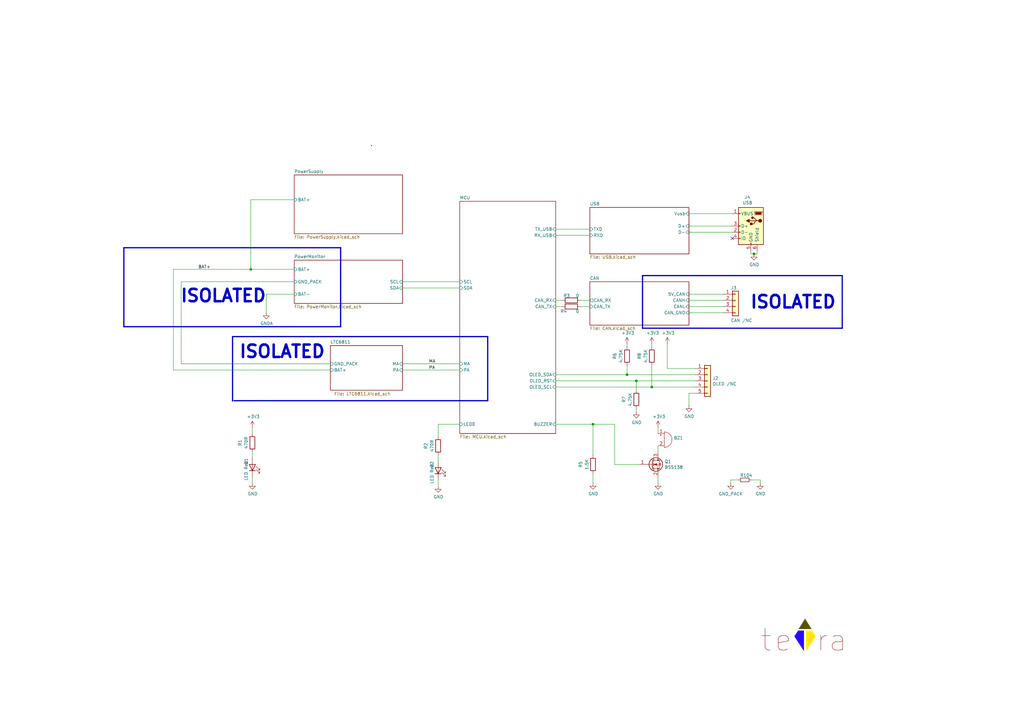
<source format=kicad_sch>
(kicad_sch (version 20230121) (generator eeschema)

  (uuid 6a86ff6f-b159-4c4c-8a40-e732cc82e010)

  (paper "A3")

  (title_block
    (title "BMS-Master")
    (date "2023-10-19")
    (rev "V0.1")
    (company "teTra")
  )

  (lib_symbols
    (symbol "BMS-Master-rescue:+3.3V-power-BMS-Master-rescue" (power) (pin_names (offset 0)) (in_bom yes) (on_board yes)
      (property "Reference" "#PWR" (at 0 -3.81 0)
        (effects (font (size 1.27 1.27)) hide)
      )
      (property "Value" "+3.3V-power-BMS-Master-rescue" (at 0 3.556 0)
        (effects (font (size 1.27 1.27)))
      )
      (property "Footprint" "" (at 0 0 0)
        (effects (font (size 1.27 1.27)) hide)
      )
      (property "Datasheet" "" (at 0 0 0)
        (effects (font (size 1.27 1.27)) hide)
      )
      (symbol "+3.3V-power-BMS-Master-rescue_0_1"
        (polyline
          (pts
            (xy -0.762 1.27)
            (xy 0 2.54)
          )
          (stroke (width 0) (type solid))
          (fill (type none))
        )
        (polyline
          (pts
            (xy 0 0)
            (xy 0 2.54)
          )
          (stroke (width 0) (type solid))
          (fill (type none))
        )
        (polyline
          (pts
            (xy 0 2.54)
            (xy 0.762 1.27)
          )
          (stroke (width 0) (type solid))
          (fill (type none))
        )
      )
      (symbol "+3.3V-power-BMS-Master-rescue_1_1"
        (pin power_in line (at 0 0 90) (length 0) hide
          (name "+3V3" (effects (font (size 1.27 1.27))))
          (number "1" (effects (font (size 1.27 1.27))))
        )
      )
    )
    (symbol "BMS-Master-rescue:Buzzer-Device-BMS-Master-rescue" (pin_names (offset 0.0254) hide) (in_bom yes) (on_board yes)
      (property "Reference" "BZ" (at 3.81 1.27 0)
        (effects (font (size 1.27 1.27)) (justify left))
      )
      (property "Value" "Buzzer-Device-BMS-Master-rescue" (at 3.81 -1.27 0)
        (effects (font (size 1.27 1.27)) (justify left))
      )
      (property "Footprint" "" (at -0.635 2.54 90)
        (effects (font (size 1.27 1.27)) hide)
      )
      (property "Datasheet" "" (at -0.635 2.54 90)
        (effects (font (size 1.27 1.27)) hide)
      )
      (property "ki_fp_filters" "*Buzzer*" (at 0 0 0)
        (effects (font (size 1.27 1.27)) hide)
      )
      (symbol "Buzzer-Device-BMS-Master-rescue_0_1"
        (arc (start 0 -3.175) (mid 3.1612 0) (end 0 3.175)
          (stroke (width 0) (type solid))
          (fill (type none))
        )
        (polyline
          (pts
            (xy -1.651 1.905)
            (xy -1.143 1.905)
          )
          (stroke (width 0) (type solid))
          (fill (type none))
        )
        (polyline
          (pts
            (xy -1.397 2.159)
            (xy -1.397 1.651)
          )
          (stroke (width 0) (type solid))
          (fill (type none))
        )
        (polyline
          (pts
            (xy 0 3.175)
            (xy 0 -3.175)
          )
          (stroke (width 0) (type solid))
          (fill (type none))
        )
      )
      (symbol "Buzzer-Device-BMS-Master-rescue_1_1"
        (pin passive line (at -2.54 2.54 0) (length 2.54)
          (name "-" (effects (font (size 1.27 1.27))))
          (number "1" (effects (font (size 1.27 1.27))))
        )
        (pin passive line (at -2.54 -2.54 0) (length 2.54)
          (name "+" (effects (font (size 1.27 1.27))))
          (number "2" (effects (font (size 1.27 1.27))))
        )
      )
    )
    (symbol "BMS-Master-rescue:Conn_01x05-Connector_Generic-BMS-Master-rescue" (pin_names (offset 1.016) hide) (in_bom yes) (on_board yes)
      (property "Reference" "J" (at 0 7.62 0)
        (effects (font (size 1.27 1.27)))
      )
      (property "Value" "Conn_01x05-Connector_Generic-BMS-Master-rescue" (at 0 -7.62 0)
        (effects (font (size 1.27 1.27)))
      )
      (property "Footprint" "" (at 0 0 0)
        (effects (font (size 1.27 1.27)) hide)
      )
      (property "Datasheet" "" (at 0 0 0)
        (effects (font (size 1.27 1.27)) hide)
      )
      (property "ki_fp_filters" "Connector*:*_1x??_*" (at 0 0 0)
        (effects (font (size 1.27 1.27)) hide)
      )
      (symbol "Conn_01x05-Connector_Generic-BMS-Master-rescue_1_1"
        (rectangle (start -1.27 -4.953) (end 0 -5.207)
          (stroke (width 0.1524) (type solid))
          (fill (type none))
        )
        (rectangle (start -1.27 -2.413) (end 0 -2.667)
          (stroke (width 0.1524) (type solid))
          (fill (type none))
        )
        (rectangle (start -1.27 0.127) (end 0 -0.127)
          (stroke (width 0.1524) (type solid))
          (fill (type none))
        )
        (rectangle (start -1.27 2.667) (end 0 2.413)
          (stroke (width 0.1524) (type solid))
          (fill (type none))
        )
        (rectangle (start -1.27 5.207) (end 0 4.953)
          (stroke (width 0.1524) (type solid))
          (fill (type none))
        )
        (rectangle (start -1.27 6.35) (end 1.27 -6.35)
          (stroke (width 0.254) (type solid))
          (fill (type background))
        )
        (pin passive line (at -5.08 5.08 0) (length 3.81)
          (name "Pin_1" (effects (font (size 1.27 1.27))))
          (number "1" (effects (font (size 1.27 1.27))))
        )
        (pin passive line (at -5.08 2.54 0) (length 3.81)
          (name "Pin_2" (effects (font (size 1.27 1.27))))
          (number "2" (effects (font (size 1.27 1.27))))
        )
        (pin passive line (at -5.08 0 0) (length 3.81)
          (name "Pin_3" (effects (font (size 1.27 1.27))))
          (number "3" (effects (font (size 1.27 1.27))))
        )
        (pin passive line (at -5.08 -2.54 0) (length 3.81)
          (name "Pin_4" (effects (font (size 1.27 1.27))))
          (number "4" (effects (font (size 1.27 1.27))))
        )
        (pin passive line (at -5.08 -5.08 0) (length 3.81)
          (name "Pin_5" (effects (font (size 1.27 1.27))))
          (number "5" (effects (font (size 1.27 1.27))))
        )
      )
    )
    (symbol "BMS-Master-rescue:GND-power-BMS-Master-rescue" (power) (pin_names (offset 0)) (in_bom yes) (on_board yes)
      (property "Reference" "#PWR" (at 0 -6.35 0)
        (effects (font (size 1.27 1.27)) hide)
      )
      (property "Value" "GND-power-BMS-Master-rescue" (at 0 -3.81 0)
        (effects (font (size 1.27 1.27)))
      )
      (property "Footprint" "" (at 0 0 0)
        (effects (font (size 1.27 1.27)) hide)
      )
      (property "Datasheet" "" (at 0 0 0)
        (effects (font (size 1.27 1.27)) hide)
      )
      (symbol "GND-power-BMS-Master-rescue_0_1"
        (polyline
          (pts
            (xy 0 0)
            (xy 0 -1.27)
            (xy 1.27 -1.27)
            (xy 0 -2.54)
            (xy -1.27 -1.27)
            (xy 0 -1.27)
          )
          (stroke (width 0) (type solid))
          (fill (type none))
        )
      )
      (symbol "GND-power-BMS-Master-rescue_1_1"
        (pin power_in line (at 0 0 270) (length 0) hide
          (name "GND" (effects (font (size 1.27 1.27))))
          (number "1" (effects (font (size 1.27 1.27))))
        )
      )
    )
    (symbol "BMS-Master-rescue:R-Device-BMS-Master-rescue" (pin_numbers hide) (pin_names (offset 0)) (in_bom yes) (on_board yes)
      (property "Reference" "R" (at 2.032 0 90)
        (effects (font (size 1.27 1.27)))
      )
      (property "Value" "R-Device-BMS-Master-rescue" (at 0 0 90)
        (effects (font (size 1.27 1.27)))
      )
      (property "Footprint" "" (at -1.778 0 90)
        (effects (font (size 1.27 1.27)) hide)
      )
      (property "Datasheet" "" (at 0 0 0)
        (effects (font (size 1.27 1.27)) hide)
      )
      (property "ki_fp_filters" "*:R_*" (at 0 0 0)
        (effects (font (size 1.27 1.27)) hide)
      )
      (symbol "R-Device-BMS-Master-rescue_0_1"
        (rectangle (start -1.016 -2.54) (end 1.016 2.54)
          (stroke (width 0.254) (type solid))
          (fill (type none))
        )
      )
      (symbol "R-Device-BMS-Master-rescue_1_1"
        (pin passive line (at 0 3.81 270) (length 1.27)
          (name "~" (effects (font (size 1.27 1.27))))
          (number "1" (effects (font (size 1.27 1.27))))
        )
        (pin passive line (at 0 -3.81 90) (length 1.27)
          (name "~" (effects (font (size 1.27 1.27))))
          (number "2" (effects (font (size 1.27 1.27))))
        )
      )
    )
    (symbol "BMS-Master-rescue:USB_B_Micro-Connector_Specialized-BMS-Master-rescue" (pin_names (offset 1.016)) (in_bom yes) (on_board yes)
      (property "Reference" "J" (at -5.08 11.43 0)
        (effects (font (size 1.27 1.27)) (justify left))
      )
      (property "Value" "USB_B_Micro-Connector_Specialized-BMS-Master-rescue" (at -5.08 8.89 0)
        (effects (font (size 1.27 1.27)) (justify left))
      )
      (property "Footprint" "" (at 3.81 -1.27 0)
        (effects (font (size 1.27 1.27)) hide)
      )
      (property "Datasheet" "" (at 3.81 -1.27 0)
        (effects (font (size 1.27 1.27)) hide)
      )
      (property "ki_fp_filters" "USB*" (at 0 0 0)
        (effects (font (size 1.27 1.27)) hide)
      )
      (symbol "USB_B_Micro-Connector_Specialized-BMS-Master-rescue_0_1"
        (rectangle (start -5.08 -7.62) (end 5.08 7.62)
          (stroke (width 0.254) (type solid))
          (fill (type background))
        )
        (circle (center -3.81 2.159) (radius 0.635)
          (stroke (width 0.254) (type solid))
          (fill (type outline))
        )
        (circle (center -0.635 3.429) (radius 0.381)
          (stroke (width 0.254) (type solid))
          (fill (type outline))
        )
        (rectangle (start -0.127 -7.62) (end 0.127 -6.858)
          (stroke (width 0) (type solid))
          (fill (type none))
        )
        (polyline
          (pts
            (xy -1.905 2.159)
            (xy 0.635 2.159)
          )
          (stroke (width 0.254) (type solid))
          (fill (type none))
        )
        (polyline
          (pts
            (xy -3.175 2.159)
            (xy -2.54 2.159)
            (xy -1.27 3.429)
            (xy -0.635 3.429)
          )
          (stroke (width 0.254) (type solid))
          (fill (type none))
        )
        (polyline
          (pts
            (xy -2.54 2.159)
            (xy -1.905 2.159)
            (xy -1.27 0.889)
            (xy 0 0.889)
          )
          (stroke (width 0.254) (type solid))
          (fill (type none))
        )
        (polyline
          (pts
            (xy 0.635 2.794)
            (xy 0.635 1.524)
            (xy 1.905 2.159)
            (xy 0.635 2.794)
          )
          (stroke (width 0.254) (type solid))
          (fill (type outline))
        )
        (polyline
          (pts
            (xy -4.318 5.588)
            (xy -1.778 5.588)
            (xy -2.032 4.826)
            (xy -4.064 4.826)
            (xy -4.318 5.588)
          )
          (stroke (width 0) (type solid))
          (fill (type outline))
        )
        (polyline
          (pts
            (xy -4.699 5.842)
            (xy -4.699 5.588)
            (xy -4.445 4.826)
            (xy -4.445 4.572)
            (xy -1.651 4.572)
            (xy -1.651 4.826)
            (xy -1.397 5.588)
            (xy -1.397 5.842)
            (xy -4.699 5.842)
          )
          (stroke (width 0) (type solid))
          (fill (type none))
        )
        (rectangle (start 0.254 1.27) (end -0.508 0.508)
          (stroke (width 0.254) (type solid))
          (fill (type outline))
        )
        (rectangle (start 5.08 -5.207) (end 4.318 -4.953)
          (stroke (width 0) (type solid))
          (fill (type none))
        )
        (rectangle (start 5.08 -2.667) (end 4.318 -2.413)
          (stroke (width 0) (type solid))
          (fill (type none))
        )
        (rectangle (start 5.08 -0.127) (end 4.318 0.127)
          (stroke (width 0) (type solid))
          (fill (type none))
        )
        (rectangle (start 5.08 4.953) (end 4.318 5.207)
          (stroke (width 0) (type solid))
          (fill (type none))
        )
      )
      (symbol "USB_B_Micro-Connector_Specialized-BMS-Master-rescue_1_1"
        (pin power_out line (at 7.62 5.08 180) (length 2.54)
          (name "VBUS" (effects (font (size 1.27 1.27))))
          (number "1" (effects (font (size 1.27 1.27))))
        )
        (pin passive line (at 7.62 -2.54 180) (length 2.54)
          (name "D-" (effects (font (size 1.27 1.27))))
          (number "2" (effects (font (size 1.27 1.27))))
        )
        (pin passive line (at 7.62 0 180) (length 2.54)
          (name "D+" (effects (font (size 1.27 1.27))))
          (number "3" (effects (font (size 1.27 1.27))))
        )
        (pin passive line (at 7.62 -5.08 180) (length 2.54)
          (name "ID" (effects (font (size 1.27 1.27))))
          (number "4" (effects (font (size 1.27 1.27))))
        )
        (pin power_out line (at 0 -10.16 90) (length 2.54)
          (name "GND" (effects (font (size 1.27 1.27))))
          (number "5" (effects (font (size 1.27 1.27))))
        )
        (pin passive line (at -2.54 -10.16 90) (length 2.54)
          (name "Shield" (effects (font (size 1.27 1.27))))
          (number "6" (effects (font (size 1.27 1.27))))
        )
      )
    )
    (symbol "Connector_Generic:Conn_01x04" (pin_names (offset 1.016) hide) (in_bom yes) (on_board yes)
      (property "Reference" "J" (at 0 5.08 0)
        (effects (font (size 1.27 1.27)))
      )
      (property "Value" "Conn_01x04" (at 0 -7.62 0)
        (effects (font (size 1.27 1.27)))
      )
      (property "Footprint" "Connector_PinHeader_2.54mm:PinHeader_1x04_P2.54mm_Vertical" (at 0 0 0)
        (effects (font (size 1.27 1.27)) hide)
      )
      (property "Datasheet" "~" (at 0 0 0)
        (effects (font (size 1.27 1.27)) hide)
      )
      (property "ki_keywords" "connector" (at 0 0 0)
        (effects (font (size 1.27 1.27)) hide)
      )
      (property "ki_description" "Generic connector, single row, 01x04, script generated (kicad-library-utils/schlib/autogen/connector/)" (at 0 0 0)
        (effects (font (size 1.27 1.27)) hide)
      )
      (property "ki_fp_filters" "Connector*:*_1x??_*" (at 0 0 0)
        (effects (font (size 1.27 1.27)) hide)
      )
      (symbol "Conn_01x04_1_1"
        (rectangle (start -1.27 -4.953) (end 0 -5.207)
          (stroke (width 0.1524) (type default))
          (fill (type none))
        )
        (rectangle (start -1.27 -2.413) (end 0 -2.667)
          (stroke (width 0.1524) (type default))
          (fill (type none))
        )
        (rectangle (start -1.27 0.127) (end 0 -0.127)
          (stroke (width 0.1524) (type default))
          (fill (type none))
        )
        (rectangle (start -1.27 2.667) (end 0 2.413)
          (stroke (width 0.1524) (type default))
          (fill (type none))
        )
        (rectangle (start -1.27 3.81) (end 1.27 -6.35)
          (stroke (width 0.254) (type default))
          (fill (type background))
        )
        (pin passive line (at -5.08 2.54 0) (length 3.81)
          (name "Pin_1" (effects (font (size 1.27 1.27))))
          (number "1" (effects (font (size 1.27 1.27))))
        )
        (pin passive line (at -5.08 0 0) (length 3.81)
          (name "Pin_2" (effects (font (size 1.27 1.27))))
          (number "2" (effects (font (size 1.27 1.27))))
        )
        (pin passive line (at -5.08 -2.54 0) (length 3.81)
          (name "Pin_3" (effects (font (size 1.27 1.27))))
          (number "3" (effects (font (size 1.27 1.27))))
        )
        (pin passive line (at -5.08 -5.08 0) (length 3.81)
          (name "Pin_4" (effects (font (size 1.27 1.27))))
          (number "4" (effects (font (size 1.27 1.27))))
        )
      )
    )
    (symbol "Device:LED" (pin_numbers hide) (pin_names (offset 1.016) hide) (in_bom yes) (on_board yes)
      (property "Reference" "D" (at -0.762 -2.54 0)
        (effects (font (size 1.27 1.27)))
      )
      (property "Value" "LED" (at -0.762 4.318 0)
        (effects (font (size 1.27 1.27)))
      )
      (property "Footprint" "" (at 0 0 0)
        (effects (font (size 1.27 1.27)) hide)
      )
      (property "Datasheet" "~" (at 0 0 0)
        (effects (font (size 1.27 1.27)) hide)
      )
      (property "ki_keywords" "LED diode" (at 0 0 0)
        (effects (font (size 1.27 1.27)) hide)
      )
      (property "ki_description" "Light emitting diode" (at 0 0 0)
        (effects (font (size 1.27 1.27)) hide)
      )
      (property "ki_fp_filters" "LED* LED_SMD:* LED_THT:*" (at 0 0 0)
        (effects (font (size 1.27 1.27)) hide)
      )
      (symbol "LED_0_1"
        (polyline
          (pts
            (xy 1.27 0)
            (xy -1.27 0)
          )
          (stroke (width 0) (type default))
          (fill (type none))
        )
        (polyline
          (pts
            (xy 1.27 1.27)
            (xy 1.27 -1.27)
          )
          (stroke (width 0.254) (type default))
          (fill (type none))
        )
        (polyline
          (pts
            (xy -1.27 1.27)
            (xy -1.27 -1.27)
            (xy 1.27 0)
            (xy -1.27 1.27)
          )
          (stroke (width 0.254) (type default))
          (fill (type none))
        )
        (polyline
          (pts
            (xy -0.508 1.524)
            (xy 1.016 3.048)
            (xy 0.254 3.048)
            (xy 1.016 3.048)
            (xy 1.016 2.286)
          )
          (stroke (width 0) (type default))
          (fill (type none))
        )
        (polyline
          (pts
            (xy 0.762 1.524)
            (xy 2.286 3.048)
            (xy 1.524 3.048)
            (xy 2.286 3.048)
            (xy 2.286 2.286)
          )
          (stroke (width 0) (type default))
          (fill (type none))
        )
      )
      (symbol "LED_1_1"
        (pin passive line (at 3.81 0 180) (length 2.54)
          (name "K" (effects (font (size 1.27 1.27))))
          (number "1" (effects (font (size 1.27 1.27))))
        )
        (pin passive line (at -3.81 0 0) (length 2.54)
          (name "A" (effects (font (size 1.27 1.27))))
          (number "2" (effects (font (size 1.27 1.27))))
        )
      )
    )
    (symbol "Device:R_Small" (pin_numbers hide) (pin_names (offset 0.254) hide) (in_bom yes) (on_board yes)
      (property "Reference" "R" (at 0.762 0.508 0)
        (effects (font (size 1.27 1.27)) (justify left))
      )
      (property "Value" "R_Small" (at 0.762 -1.016 0)
        (effects (font (size 1.27 1.27)) (justify left))
      )
      (property "Footprint" "" (at 0 0 0)
        (effects (font (size 1.27 1.27)) hide)
      )
      (property "Datasheet" "~" (at 0 0 0)
        (effects (font (size 1.27 1.27)) hide)
      )
      (property "ki_keywords" "R resistor" (at 0 0 0)
        (effects (font (size 1.27 1.27)) hide)
      )
      (property "ki_description" "Resistor, small symbol" (at 0 0 0)
        (effects (font (size 1.27 1.27)) hide)
      )
      (property "ki_fp_filters" "R_*" (at 0 0 0)
        (effects (font (size 1.27 1.27)) hide)
      )
      (symbol "R_Small_0_1"
        (rectangle (start -0.762 1.778) (end 0.762 -1.778)
          (stroke (width 0.2032) (type default))
          (fill (type none))
        )
      )
      (symbol "R_Small_1_1"
        (pin passive line (at 0 2.54 270) (length 0.762)
          (name "~" (effects (font (size 1.27 1.27))))
          (number "1" (effects (font (size 1.27 1.27))))
        )
        (pin passive line (at 0 -2.54 90) (length 0.762)
          (name "~" (effects (font (size 1.27 1.27))))
          (number "2" (effects (font (size 1.27 1.27))))
        )
      )
    )
    (symbol "Transistor_FET:BSS138" (pin_names hide) (in_bom yes) (on_board yes)
      (property "Reference" "Q" (at 5.08 1.905 0)
        (effects (font (size 1.27 1.27)) (justify left))
      )
      (property "Value" "BSS138" (at 5.08 0 0)
        (effects (font (size 1.27 1.27)) (justify left))
      )
      (property "Footprint" "Package_TO_SOT_SMD:SOT-23" (at 5.08 -1.905 0)
        (effects (font (size 1.27 1.27) italic) (justify left) hide)
      )
      (property "Datasheet" "https://www.onsemi.com/pub/Collateral/BSS138-D.PDF" (at 0 0 0)
        (effects (font (size 1.27 1.27)) (justify left) hide)
      )
      (property "ki_keywords" "N-Channel MOSFET" (at 0 0 0)
        (effects (font (size 1.27 1.27)) hide)
      )
      (property "ki_description" "50V Vds, 0.22A Id, N-Channel MOSFET, SOT-23" (at 0 0 0)
        (effects (font (size 1.27 1.27)) hide)
      )
      (property "ki_fp_filters" "SOT?23*" (at 0 0 0)
        (effects (font (size 1.27 1.27)) hide)
      )
      (symbol "BSS138_0_1"
        (polyline
          (pts
            (xy 0.254 0)
            (xy -2.54 0)
          )
          (stroke (width 0) (type default))
          (fill (type none))
        )
        (polyline
          (pts
            (xy 0.254 1.905)
            (xy 0.254 -1.905)
          )
          (stroke (width 0.254) (type default))
          (fill (type none))
        )
        (polyline
          (pts
            (xy 0.762 -1.27)
            (xy 0.762 -2.286)
          )
          (stroke (width 0.254) (type default))
          (fill (type none))
        )
        (polyline
          (pts
            (xy 0.762 0.508)
            (xy 0.762 -0.508)
          )
          (stroke (width 0.254) (type default))
          (fill (type none))
        )
        (polyline
          (pts
            (xy 0.762 2.286)
            (xy 0.762 1.27)
          )
          (stroke (width 0.254) (type default))
          (fill (type none))
        )
        (polyline
          (pts
            (xy 2.54 2.54)
            (xy 2.54 1.778)
          )
          (stroke (width 0) (type default))
          (fill (type none))
        )
        (polyline
          (pts
            (xy 2.54 -2.54)
            (xy 2.54 0)
            (xy 0.762 0)
          )
          (stroke (width 0) (type default))
          (fill (type none))
        )
        (polyline
          (pts
            (xy 0.762 -1.778)
            (xy 3.302 -1.778)
            (xy 3.302 1.778)
            (xy 0.762 1.778)
          )
          (stroke (width 0) (type default))
          (fill (type none))
        )
        (polyline
          (pts
            (xy 1.016 0)
            (xy 2.032 0.381)
            (xy 2.032 -0.381)
            (xy 1.016 0)
          )
          (stroke (width 0) (type default))
          (fill (type outline))
        )
        (polyline
          (pts
            (xy 2.794 0.508)
            (xy 2.921 0.381)
            (xy 3.683 0.381)
            (xy 3.81 0.254)
          )
          (stroke (width 0) (type default))
          (fill (type none))
        )
        (polyline
          (pts
            (xy 3.302 0.381)
            (xy 2.921 -0.254)
            (xy 3.683 -0.254)
            (xy 3.302 0.381)
          )
          (stroke (width 0) (type default))
          (fill (type none))
        )
        (circle (center 1.651 0) (radius 2.794)
          (stroke (width 0.254) (type default))
          (fill (type none))
        )
        (circle (center 2.54 -1.778) (radius 0.254)
          (stroke (width 0) (type default))
          (fill (type outline))
        )
        (circle (center 2.54 1.778) (radius 0.254)
          (stroke (width 0) (type default))
          (fill (type outline))
        )
      )
      (symbol "BSS138_1_1"
        (pin input line (at -5.08 0 0) (length 2.54)
          (name "G" (effects (font (size 1.27 1.27))))
          (number "1" (effects (font (size 1.27 1.27))))
        )
        (pin passive line (at 2.54 -5.08 90) (length 2.54)
          (name "S" (effects (font (size 1.27 1.27))))
          (number "2" (effects (font (size 1.27 1.27))))
        )
        (pin passive line (at 2.54 5.08 270) (length 2.54)
          (name "D" (effects (font (size 1.27 1.27))))
          (number "3" (effects (font (size 1.27 1.27))))
        )
      )
    )
    (symbol "logo_1" (pin_numbers hide) (pin_names (offset 0) hide) (in_bom yes) (on_board yes)
      (property "Reference" "LOGO" (at 7.747 8.763 0)
        (effects (font (size 1.27 1.27)) hide)
      )
      (property "Value" "teTra" (at 0.254 7.874 0)
        (effects (font (size 1.27 1.27)) hide)
      )
      (property "Footprint" "Symbol:teTra-LOGO" (at 0 3.302 0)
        (effects (font (size 1.27 1.27)) hide)
      )
      (property "Datasheet" "" (at 0 3.302 0)
        (effects (font (size 1.27 1.27)) hide)
      )
      (symbol "logo_1_1_1"
        (polyline
          (pts
            (xy 0 7.112)
            (xy -2.54 3.048)
            (xy 2.54 3.048)
            (xy 0 7.112)
          )
          (stroke (width 0) (type default) (color 88 80 0 1))
          (fill (type color) (color 88 80 0 1))
        )
        (polyline
          (pts
            (xy -0.508 2.286)
            (xy -2.794 2.286)
            (xy -4.318 0)
            (xy -0.508 -5.842)
            (xy -0.508 2.286)
          )
          (stroke (width 0) (type default) (color 38 9 255 1))
          (fill (type color) (color 38 9 255 1))
        )
        (polyline
          (pts
            (xy 0.508 2.286)
            (xy 2.794 2.286)
            (xy 4.318 0)
            (xy 0.508 -5.842)
            (xy 0.508 2.286)
          )
          (stroke (width 0) (type default) (color 255 228 16 1))
          (fill (type color) (color 255 228 16 1))
        )
        (text "a" (at 13.462 -1.524 0)
          (effects (font (face "KiCad Font") (size 8.89 8.89)))
        )
        (text "e" (at -8.89 -1.524 0)
          (effects (font (face "KiCad Font") (size 8.89 8.89)))
        )
        (text "r" (at 7.112 -1.524 0)
          (effects (font (size 8.89 8.89)))
        )
        (text "t" (at -16.002 -1.524 0)
          (effects (font (size 8.89 8.89)))
        )
      )
    )
    (symbol "power:GNDA" (power) (pin_names (offset 0)) (in_bom yes) (on_board yes)
      (property "Reference" "#PWR" (at 0 -6.35 0)
        (effects (font (size 1.27 1.27)) hide)
      )
      (property "Value" "GNDA" (at 0 -3.81 0)
        (effects (font (size 1.27 1.27)))
      )
      (property "Footprint" "" (at 0 0 0)
        (effects (font (size 1.27 1.27)) hide)
      )
      (property "Datasheet" "" (at 0 0 0)
        (effects (font (size 1.27 1.27)) hide)
      )
      (property "ki_keywords" "global power" (at 0 0 0)
        (effects (font (size 1.27 1.27)) hide)
      )
      (property "ki_description" "Power symbol creates a global label with name \"GNDA\" , analog ground" (at 0 0 0)
        (effects (font (size 1.27 1.27)) hide)
      )
      (symbol "GNDA_0_1"
        (polyline
          (pts
            (xy 0 0)
            (xy 0 -1.27)
            (xy 1.27 -1.27)
            (xy 0 -2.54)
            (xy -1.27 -1.27)
            (xy 0 -1.27)
          )
          (stroke (width 0) (type default))
          (fill (type none))
        )
      )
      (symbol "GNDA_1_1"
        (pin power_in line (at 0 0 270) (length 0) hide
          (name "GNDA" (effects (font (size 1.27 1.27))))
          (number "1" (effects (font (size 1.27 1.27))))
        )
      )
    )
    (symbol "power:GND_PACK" (power) (pin_names (offset 0)) (in_bom yes) (on_board yes)
      (property "Reference" "#PWR" (at 0 -6.35 0)
        (effects (font (size 1.27 1.27)) hide)
      )
      (property "Value" "GND_PACK" (at 0 -3.81 0)
        (effects (font (size 1.27 1.27)))
      )
      (property "Footprint" "" (at 0 0 0)
        (effects (font (size 1.27 1.27)) hide)
      )
      (property "Datasheet" "" (at 0 0 0)
        (effects (font (size 1.27 1.27)) hide)
      )
      (property "ki_keywords" "global power" (at 0 0 0)
        (effects (font (size 1.27 1.27)) hide)
      )
      (property "ki_description" "Power symbol creates a global label with name \"GND_PACK\" , ground" (at 0 0 0)
        (effects (font (size 1.27 1.27)) hide)
      )
      (symbol "GND_PACK_0_1"
        (polyline
          (pts
            (xy 0 0)
            (xy 0 -1.27)
            (xy 1.27 -1.27)
            (xy 0 -2.54)
            (xy -1.27 -1.27)
            (xy 0 -1.27)
          )
          (stroke (width 0) (type default))
          (fill (type none))
        )
      )
      (symbol "GND_PACK_1_1"
        (pin power_in line (at 0 0 270) (length 0) hide
          (name "GND_PACK" (effects (font (size 1.27 1.27))))
          (number "1" (effects (font (size 1.27 1.27))))
        )
      )
    )
  )

  (junction (at 260.985 156.21) (diameter 0) (color 0 0 0 0)
    (uuid 086dfe6f-85b9-4b96-b323-492445fc7b92)
  )
  (junction (at 243.205 173.99) (diameter 0) (color 0 0 0 0)
    (uuid 2a5bc44b-8756-4eeb-9bb3-dc21a83444d5)
  )
  (junction (at 267.335 158.75) (diameter 0) (color 0 0 0 0)
    (uuid 9304795f-a83c-4fff-abb5-064960e81d52)
  )
  (junction (at 257.175 153.67) (diameter 0) (color 0 0 0 0)
    (uuid cf70777e-a2ba-4479-a6bd-cc79d8678681)
  )
  (junction (at 309.245 104.14) (diameter 0) (color 0 0 0 0)
    (uuid d5183a9f-67bc-4d15-9675-51d84b100977)
  )
  (junction (at 102.87 110.49) (diameter 0) (color 0 0 0 0)
    (uuid ee08952b-d57c-485b-9e5d-b18f5a995e84)
  )

  (no_connect (at 300.355 97.79) (uuid c28296fa-f40e-490c-93cb-93fddcb31589))

  (wire (pts (xy 165.1 115.57) (xy 188.595 115.57))
    (stroke (width 0) (type default))
    (uuid 011ac7e5-f05f-46c1-a182-215072e4ebc1)
  )
  (wire (pts (xy 269.875 195.58) (xy 269.875 198.12))
    (stroke (width 0) (type default))
    (uuid 0438e8d6-e14b-4846-ae9a-52e0581680c8)
  )
  (wire (pts (xy 273.685 140.97) (xy 273.685 151.13))
    (stroke (width 0) (type default))
    (uuid 054dccd4-3cf7-4ca0-ae1b-67ab1087f153)
  )
  (wire (pts (xy 103.505 175.26) (xy 103.505 177.8))
    (stroke (width 0) (type default))
    (uuid 070f73a6-94e9-4814-810b-81d5367ebdd1)
  )
  (wire (pts (xy 243.205 194.31) (xy 243.205 198.12))
    (stroke (width 0) (type default))
    (uuid 0f7796ef-90e7-420d-b9e8-b3dd96f40c5d)
  )
  (wire (pts (xy 74.295 115.57) (xy 120.65 115.57))
    (stroke (width 0) (type default))
    (uuid 10b1ca32-c933-4572-95c5-209b9029d92c)
  )
  (polyline (pts (xy 200.025 138.049) (xy 200.025 164.338))
    (stroke (width 0.508) (type default))
    (uuid 113d1d96-059d-41c3-9fa5-a7b8136a3308)
  )

  (wire (pts (xy 260.985 160.02) (xy 260.985 156.21))
    (stroke (width 0) (type default))
    (uuid 11fec583-1a38-4932-aaab-df53763fdb08)
  )
  (wire (pts (xy 257.175 149.86) (xy 257.175 153.67))
    (stroke (width 0) (type default))
    (uuid 1f0e3b8f-c1bc-4ffe-9843-8858f2cae8d6)
  )
  (polyline (pts (xy 200.025 164.338) (xy 96.012 164.338))
    (stroke (width 0.508) (type default))
    (uuid 22b90b74-df64-4941-8504-a334207332ec)
  )
  (polyline (pts (xy 263.525 113.03) (xy 263.525 134.62))
    (stroke (width 0.508) (type default))
    (uuid 24a2f0df-6433-496d-afc9-2b122e360a89)
  )
  (polyline (pts (xy 95.377 164.465) (xy 95.377 138.176))
    (stroke (width 0.508) (type default))
    (uuid 25f365ec-476a-4d43-b60a-e8d1ece21fb7)
  )

  (wire (pts (xy 165.1 118.11) (xy 188.595 118.11))
    (stroke (width 0) (type default))
    (uuid 25f61138-6c5d-47b3-8f5a-a7e3638e4741)
  )
  (wire (pts (xy 285.115 161.29) (xy 282.575 161.29))
    (stroke (width 0) (type default))
    (uuid 27a550d8-e33c-4bf0-b9d2-2644fdb722e7)
  )
  (wire (pts (xy 74.295 149.225) (xy 74.295 115.57))
    (stroke (width 0) (type default))
    (uuid 2ae7a104-1972-4748-a2ab-60c95ab76017)
  )
  (wire (pts (xy 267.335 149.86) (xy 267.335 158.75))
    (stroke (width 0) (type default))
    (uuid 37caf867-ecf1-41e2-ab62-5f5556bca318)
  )
  (wire (pts (xy 135.509 151.765) (xy 71.12 151.765))
    (stroke (width 0) (type default))
    (uuid 37e3c98f-e599-4899-9bd7-ac208c0aeff9)
  )
  (polyline (pts (xy 50.8 101.6) (xy 50.8 133.985))
    (stroke (width 0.508) (type default))
    (uuid 38aacf7d-c848-45c5-a242-470a4b9faf9d)
  )

  (wire (pts (xy 260.985 167.64) (xy 260.985 168.91))
    (stroke (width 0) (type default))
    (uuid 3a69cfc3-e950-4f4f-b131-f3bcc93c92f7)
  )
  (wire (pts (xy 267.335 140.97) (xy 267.335 142.24))
    (stroke (width 0) (type default))
    (uuid 3cda1843-fc9f-48c1-89f8-8ab354d836b9)
  )
  (wire (pts (xy 227.965 96.52) (xy 241.935 96.52))
    (stroke (width 0) (type default))
    (uuid 3d1a7b87-175b-4b6d-90bc-13a770f5b727)
  )
  (wire (pts (xy 311.785 196.85) (xy 307.975 196.85))
    (stroke (width 0) (type default))
    (uuid 3e895cee-29fc-4e59-9873-e33849d77021)
  )
  (polyline (pts (xy 50.8 133.985) (xy 139.7 133.985))
    (stroke (width 0.508) (type default))
    (uuid 423fa85f-31a6-4153-b4c9-f9025156617b)
  )

  (wire (pts (xy 227.965 158.75) (xy 267.335 158.75))
    (stroke (width 0) (type default))
    (uuid 4368cffe-8784-4c6a-9f77-ce4696234644)
  )
  (wire (pts (xy 230.505 125.73) (xy 227.965 125.73))
    (stroke (width 0) (type default))
    (uuid 46e88a53-ed75-4660-bc1c-c2b95c9941ac)
  )
  (wire (pts (xy 135.509 149.225) (xy 74.295 149.225))
    (stroke (width 0) (type default))
    (uuid 549e8739-2f26-47f0-acdd-1b47b900ead5)
  )
  (polyline (pts (xy 345.44 113.03) (xy 345.44 134.62))
    (stroke (width 0.508) (type default))
    (uuid 54f8d381-4e7d-4dbb-a83f-bcac341545bb)
  )

  (wire (pts (xy 102.87 81.915) (xy 102.87 110.49))
    (stroke (width 0) (type default))
    (uuid 5b2977d8-b1b1-4a30-847e-7a6a840a710f)
  )
  (polyline (pts (xy 345.44 134.62) (xy 263.525 134.62))
    (stroke (width 0.508) (type default))
    (uuid 5f3e8fcf-20ea-43f0-b479-1605758fa47a)
  )

  (wire (pts (xy 179.705 179.07) (xy 179.705 173.99))
    (stroke (width 0) (type default))
    (uuid 6d19e405-9a60-41ab-90cf-5be0a7bb3334)
  )
  (wire (pts (xy 120.65 120.65) (xy 109.22 120.65))
    (stroke (width 0) (type default))
    (uuid 70daf5a3-d0fe-4685-8a41-3e11d406d9b2)
  )
  (wire (pts (xy 102.87 110.49) (xy 120.65 110.49))
    (stroke (width 0) (type default))
    (uuid 7440522c-ad1e-4bd1-ac1b-0827785b8ed1)
  )
  (wire (pts (xy 102.87 81.915) (xy 120.65 81.915))
    (stroke (width 0) (type default))
    (uuid 7748dc28-f5a9-4184-86d4-804ec4f643fe)
  )
  (wire (pts (xy 243.205 173.99) (xy 243.205 186.69))
    (stroke (width 0) (type default))
    (uuid 78dd129a-f8b2-429f-a454-90db907e7005)
  )
  (wire (pts (xy 252.095 190.5) (xy 252.095 173.99))
    (stroke (width 0) (type default))
    (uuid 7dd143ec-1941-44ef-8b1a-0e20475a748e)
  )
  (polyline (pts (xy 263.525 113.03) (xy 345.44 113.03))
    (stroke (width 0.508) (type default))
    (uuid 7e805d74-a8ea-497f-9fb3-8c125a106166)
  )

  (wire (pts (xy 296.545 125.73) (xy 282.575 125.73))
    (stroke (width 0) (type default))
    (uuid 838f6985-0327-41c6-8dbe-9a7f9dc3e182)
  )
  (wire (pts (xy 282.575 161.29) (xy 282.575 166.37))
    (stroke (width 0) (type default))
    (uuid 89fb42db-a0c9-42fb-8ffc-dea9a7d0e7d2)
  )
  (wire (pts (xy 299.72 196.85) (xy 299.72 198.12))
    (stroke (width 0) (type default))
    (uuid 8c055acb-8363-4bf3-824e-4b4ee0ab41e3)
  )
  (wire (pts (xy 103.505 195.58) (xy 103.505 198.12))
    (stroke (width 0) (type default))
    (uuid 91ef4e4a-d50d-4e41-a57f-99b70aaef382)
  )
  (wire (pts (xy 227.965 93.98) (xy 241.935 93.98))
    (stroke (width 0) (type default))
    (uuid 966ba1f0-ee04-4be1-b5b5-4d2afb2c3478)
  )
  (wire (pts (xy 309.245 104.14) (xy 307.975 104.14))
    (stroke (width 0) (type default))
    (uuid 99b44d19-e8c5-4b93-aa4b-090ecb99bfca)
  )
  (wire (pts (xy 309.245 104.14) (xy 310.515 104.14))
    (stroke (width 0) (type default))
    (uuid 9cb405de-d04a-4c28-a98b-f13240b074a4)
  )
  (wire (pts (xy 227.965 173.99) (xy 243.205 173.99))
    (stroke (width 0) (type default))
    (uuid a1169c81-1596-4da3-be0f-42af6128e539)
  )
  (wire (pts (xy 260.985 156.21) (xy 285.115 156.21))
    (stroke (width 0) (type default))
    (uuid a505ede1-5b6a-42f3-82ea-3d59435ec239)
  )
  (wire (pts (xy 269.875 182.88) (xy 269.875 185.42))
    (stroke (width 0) (type default))
    (uuid a6e5e108-31e1-4f1e-957a-cd3937529342)
  )
  (wire (pts (xy 71.12 110.49) (xy 102.87 110.49))
    (stroke (width 0) (type default))
    (uuid a7024796-a224-4401-9ebd-b1577724675d)
  )
  (wire (pts (xy 282.575 123.19) (xy 296.545 123.19))
    (stroke (width 0) (type default))
    (uuid a818bd30-8138-4cda-908e-843677812338)
  )
  (wire (pts (xy 165.1 151.765) (xy 188.595 151.765))
    (stroke (width 0) (type default))
    (uuid b4ff6b0a-7e93-4337-9256-155e814815ae)
  )
  (wire (pts (xy 109.22 120.65) (xy 109.22 128.27))
    (stroke (width 0) (type default))
    (uuid b77d88b4-87c8-4bb3-b21f-01636c00eebe)
  )
  (wire (pts (xy 282.575 92.71) (xy 300.355 92.71))
    (stroke (width 0) (type default))
    (uuid ba92451e-cafb-4cf1-bee8-b35d0245d1b6)
  )
  (wire (pts (xy 227.965 123.19) (xy 230.505 123.19))
    (stroke (width 0) (type default))
    (uuid bc7dd930-2602-4e2e-93c3-9599f2f9060b)
  )
  (wire (pts (xy 310.515 104.14) (xy 310.515 102.87))
    (stroke (width 0) (type default))
    (uuid c2790400-b9f4-47c1-901a-dbaa4b88c5de)
  )
  (wire (pts (xy 282.575 87.63) (xy 300.355 87.63))
    (stroke (width 0) (type default))
    (uuid c361049e-ed04-4fff-adee-01b6fa796ea8)
  )
  (wire (pts (xy 282.575 95.25) (xy 300.355 95.25))
    (stroke (width 0) (type default))
    (uuid c384b2ae-5b10-48a5-bd08-804ad449740e)
  )
  (wire (pts (xy 269.875 175.26) (xy 269.875 177.8))
    (stroke (width 0) (type default))
    (uuid c3c63595-2cbe-43fd-b40b-2330d1ebfa6a)
  )
  (polyline (pts (xy 139.7 101.6) (xy 139.7 133.985))
    (stroke (width 0.508) (type default))
    (uuid c6afd438-5614-4442-af11-d30b8a11a7ed)
  )
  (polyline (pts (xy 50.8 101.6) (xy 139.7 101.6))
    (stroke (width 0.508) (type default))
    (uuid c8232877-73ad-43e9-9af0-41e215f74908)
  )

  (wire (pts (xy 311.785 198.12) (xy 311.785 196.85))
    (stroke (width 0) (type default))
    (uuid cf10be90-7402-4576-9c17-c29d6dc8f3b8)
  )
  (wire (pts (xy 179.705 196.85) (xy 179.705 199.39))
    (stroke (width 0) (type default))
    (uuid d2932728-98dd-4ca6-a073-b30b59c1bf92)
  )
  (wire (pts (xy 273.685 151.13) (xy 285.115 151.13))
    (stroke (width 0) (type default))
    (uuid d539320b-f579-437e-af38-a94bd4912b9d)
  )
  (wire (pts (xy 241.935 125.73) (xy 238.125 125.73))
    (stroke (width 0) (type default))
    (uuid d7585c83-ae7b-4c0f-b9af-12e4f2dd96e3)
  )
  (polyline (pts (xy 95.377 138.049) (xy 200.025 138.049))
    (stroke (width 0.508) (type default))
    (uuid da3166f7-9447-4d54-a19e-85085da1c54f)
  )

  (wire (pts (xy 179.705 189.23) (xy 179.705 186.69))
    (stroke (width 0) (type default))
    (uuid dc580d00-8d7e-42c4-9703-e82071579577)
  )
  (wire (pts (xy 307.975 104.14) (xy 307.975 102.87))
    (stroke (width 0) (type default))
    (uuid e33da723-b039-496e-9cba-43a83a10c0fa)
  )
  (wire (pts (xy 296.545 120.65) (xy 282.575 120.65))
    (stroke (width 0) (type default))
    (uuid e37e31ce-5374-4011-af1c-816030314276)
  )
  (wire (pts (xy 227.965 156.21) (xy 260.985 156.21))
    (stroke (width 0) (type default))
    (uuid e57f3b46-0329-413f-bb59-e8e0c446ee5b)
  )
  (wire (pts (xy 252.095 173.99) (xy 243.205 173.99))
    (stroke (width 0) (type default))
    (uuid e5b6daa1-2480-41fd-a190-dea160254438)
  )
  (wire (pts (xy 257.175 140.97) (xy 257.175 142.24))
    (stroke (width 0) (type default))
    (uuid e5cb7ba8-8c3e-43d9-86e7-be510e23c6bd)
  )
  (wire (pts (xy 103.505 187.96) (xy 103.505 185.42))
    (stroke (width 0) (type default))
    (uuid e6b73fdd-e173-40d8-88bb-be54d23d7040)
  )
  (wire (pts (xy 165.1 149.225) (xy 188.595 149.225))
    (stroke (width 0) (type default))
    (uuid eb19816b-c788-4dca-9af1-15c54d755980)
  )
  (wire (pts (xy 227.965 153.67) (xy 257.175 153.67))
    (stroke (width 0) (type default))
    (uuid eb788ea7-4bae-4f11-9b01-b4e08f040069)
  )
  (wire (pts (xy 71.12 151.765) (xy 71.12 110.49))
    (stroke (width 0) (type default))
    (uuid ec153ab8-558e-47ee-b5f4-7a544b53d918)
  )
  (wire (pts (xy 257.175 153.67) (xy 285.115 153.67))
    (stroke (width 0) (type default))
    (uuid ee84f86a-695b-452c-9924-4eacd9374c5a)
  )
  (wire (pts (xy 267.335 158.75) (xy 285.115 158.75))
    (stroke (width 0) (type default))
    (uuid ef3a6837-0682-4521-9953-33533fa066ab)
  )
  (wire (pts (xy 179.705 173.99) (xy 188.595 173.99))
    (stroke (width 0) (type default))
    (uuid f1724b29-4fee-490a-b8bf-ce949918f818)
  )
  (wire (pts (xy 252.095 190.5) (xy 262.255 190.5))
    (stroke (width 0) (type default))
    (uuid f37c039e-9c89-401a-b728-cf2f7b8085e5)
  )
  (wire (pts (xy 302.895 196.85) (xy 299.72 196.85))
    (stroke (width 0) (type default))
    (uuid fa5205ce-e643-472c-95fe-dc3bcd4a54e4)
  )
  (wire (pts (xy 282.575 128.27) (xy 296.545 128.27))
    (stroke (width 0) (type default))
    (uuid fb0d7c1a-9a7c-4189-9d0b-0aabda2cc7d2)
  )
  (wire (pts (xy 238.125 123.19) (xy 241.935 123.19))
    (stroke (width 0) (type default))
    (uuid fb49b02c-487f-43e3-8e44-5aa4e61eee8c)
  )

  (rectangle (start 152.4 59.69) (end 152.4 59.69)
    (stroke (width 0) (type default))
    (fill (type none))
    (uuid 16ed3026-92db-43e4-94ce-cb9942d539a9)
  )
  (rectangle (start 152.4 59.69) (end 152.4 59.69)
    (stroke (width 0) (type default))
    (fill (type none))
    (uuid 223aa8e8-e165-46dc-8004-d0f7a65ecba6)
  )
  (rectangle (start 152.4 59.69) (end 152.4 59.69)
    (stroke (width 0) (type default))
    (fill (type none))
    (uuid 2fcede93-9de7-495d-a723-2d73c73c7b6f)
  )
  (rectangle (start 152.4 59.69) (end 152.4 59.69)
    (stroke (width 0) (type default))
    (fill (type none))
    (uuid 5fbfa526-c30f-47f6-8144-7f30cec9d859)
  )
  (rectangle (start 152.4 59.69) (end 152.4 59.69)
    (stroke (width 0) (type default))
    (fill (type none))
    (uuid 6417f53f-a88b-4d4d-99b7-072470c6c0a0)
  )
  (rectangle (start 152.4 59.69) (end 152.4 59.69)
    (stroke (width 0) (type default))
    (fill (type none))
    (uuid 761ccd63-a067-48de-bb96-f182215cb15d)
  )
  (rectangle (start 152.4 59.69) (end 152.4 59.69)
    (stroke (width 0) (type default))
    (fill (type none))
    (uuid 7833effb-1ef3-4514-9423-6ce15b0e7601)
  )
  (rectangle (start 152.4 59.69) (end 152.4 59.69)
    (stroke (width 0) (type default))
    (fill (type none))
    (uuid 84c90483-45a3-4739-b73e-9c011eb5a6b3)
  )
  (rectangle (start 152.4 59.69) (end 152.4 59.69)
    (stroke (width 0) (type default))
    (fill (type none))
    (uuid a44f9e23-e56b-46ab-98e0-a509f1df9112)
  )
  (rectangle (start 152.4 59.69) (end 152.4 59.69)
    (stroke (width 0) (type default))
    (fill (type none))
    (uuid a6c3c0d5-36dd-4850-b1a5-9e9d33dbee96)
  )
  (rectangle (start 152.4 59.69) (end 152.4 59.69)
    (stroke (width 0) (type default))
    (fill (type none))
    (uuid cc05d2e2-b228-431e-bdc0-e0860c04d0cb)
  )
  (rectangle (start 152.4 59.69) (end 152.4 59.69)
    (stroke (width 0) (type default))
    (fill (type none))
    (uuid d8735071-f685-4511-9a51-ec1dbf78025d)
  )
  (rectangle (start 152.4 59.69) (end 152.4 59.69)
    (stroke (width 0) (type default))
    (fill (type none))
    (uuid ea6bb95e-e93f-4e24-b732-f58cac2dd5b5)
  )
  (rectangle (start 152.4 59.69) (end 152.4 59.69)
    (stroke (width 0) (type default))
    (fill (type none))
    (uuid ec13c14f-f372-47c6-8a1b-793204123c6b)
  )
  (rectangle (start 152.4 59.69) (end 152.4 59.69)
    (stroke (width 0) (type default))
    (fill (type none))
    (uuid ef661221-3ee0-456b-8605-67b88b2feaa8)
  )
  (rectangle (start 152.4 59.69) (end 152.4 59.69)
    (stroke (width 0) (type default))
    (fill (type none))
    (uuid fd9b1398-e4ca-40d7-b486-76ff1cab045d)
  )

  (text "ISOLATED" (at 73.66 124.46 0)
    (effects (font (size 5.08 5.08) (thickness 1.016) bold) (justify left bottom))
    (uuid 2b4ff500-8b80-481c-a4af-fe7ec88ad5a1)
  )
  (text "ISOLATED" (at 97.79 147.32 0)
    (effects (font (size 5.08 5.08) (thickness 1.016) bold) (justify left bottom))
    (uuid 2f72da79-bdf8-4579-9ed1-a83544662245)
  )
  (text "ISOLATED" (at 307.34 127 0)
    (effects (font (size 5.08 5.08) (thickness 1.016) bold) (justify left bottom))
    (uuid ad00bf51-f311-4529-b191-851f619e2a99)
  )

  (label "BAT+" (at 81.28 110.49 0) (fields_autoplaced)
    (effects (font (size 1.27 1.27)) (justify left bottom))
    (uuid 19755d36-fd06-42d9-b98a-95b88cc641a7)
  )
  (label "PA" (at 175.895 151.765 0) (fields_autoplaced)
    (effects (font (size 1.27 1.27)) (justify left bottom))
    (uuid 6db54366-f85d-41d5-8f6f-fde0e52d91b9)
  )
  (label "MA" (at 175.895 149.225 0) (fields_autoplaced)
    (effects (font (size 1.27 1.27)) (justify left bottom))
    (uuid edf68c01-1995-433f-84e2-a8f5e0db81ec)
  )

  (symbol (lib_id "BMS-Master-rescue:USB_B_Micro-Connector_Specialized-BMS-Master-rescue") (at 307.975 92.71 0) (mirror y) (unit 1)
    (in_bom yes) (on_board yes) (dnp no)
    (uuid 00000000-0000-0000-0000-00005a966632)
    (property "Reference" "J4" (at 306.5526 80.8482 0)
      (effects (font (size 1.27 1.27)))
    )
    (property "Value" "USB" (at 306.5526 83.1596 0)
      (effects (font (size 1.27 1.27)))
    )
    (property "Footprint" "Connector_USB:Micro_USB_B-2013499-1" (at 304.165 93.98 0)
      (effects (font (size 1.27 1.27)) hide)
    )
    (property "Datasheet" "https://www.te.com/usa-en/product-2013499-1.datasheet.pdf" (at 304.165 93.98 0)
      (effects (font (size 1.27 1.27)) hide)
    )
    (property "MPN" "2013499-1" (at 307.975 92.71 0)
      (effects (font (size 1.27 1.27)) hide)
    )
    (property "Link" "https://www.digikey.jp/en/products/detail/te-connectivity-amp-connectors/2013499-1/4021843?s=N4IgTCBcDa4AwEYDMAWAnGgtAkBdAvkA" (at 307.975 92.71 0)
      (effects (font (size 1.27 1.27)) hide)
    )
    (property "Description" "USB - micro B USB 2.0 Receptacle Connector 5 Position Surface Mount, Right Angle; Through Hole" (at 307.975 92.71 0)
      (effects (font (size 1.27 1.27)) hide)
    )
    (pin "1" (uuid 295f927a-f972-422e-863f-44c73f2e202e))
    (pin "2" (uuid 519e65d0-c2b9-4b7d-b98c-79bc4812f86a))
    (pin "3" (uuid a1ade537-a338-4827-a3f8-e3bf1ad2c0d0))
    (pin "4" (uuid fd7500c4-66da-4cd6-bc85-94a21009b777))
    (pin "5" (uuid cef79563-db54-42b4-86c5-f6284fa74230))
    (pin "6" (uuid de88f6f1-b2ef-448d-a3ad-275c43f71104))
    (instances
      (project "LTC6811_ESP32"
        (path "/6a86ff6f-b159-4c4c-8a40-e732cc82e010"
          (reference "J4") (unit 1)
        )
      )
    )
  )

  (symbol (lib_id "BMS-Master-rescue:GND-power-BMS-Master-rescue") (at 309.245 104.14 0) (unit 1)
    (in_bom yes) (on_board yes) (dnp no)
    (uuid 00000000-0000-0000-0000-00005a969833)
    (property "Reference" "#PWR015" (at 309.245 110.49 0)
      (effects (font (size 1.27 1.27)) hide)
    )
    (property "Value" "GND" (at 309.372 108.5342 0)
      (effects (font (size 1.27 1.27)))
    )
    (property "Footprint" "" (at 309.245 104.14 0)
      (effects (font (size 1.27 1.27)) hide)
    )
    (property "Datasheet" "" (at 309.245 104.14 0)
      (effects (font (size 1.27 1.27)) hide)
    )
    (pin "1" (uuid 7f3b69fa-aff1-4dec-b8c5-4dd61b214899))
    (instances
      (project "LTC6811_ESP32"
        (path "/6a86ff6f-b159-4c4c-8a40-e732cc82e010"
          (reference "#PWR015") (unit 1)
        )
      )
    )
  )

  (symbol (lib_id "BMS-Master-rescue:R-Device-BMS-Master-rescue") (at 179.705 182.88 180) (unit 1)
    (in_bom yes) (on_board yes) (dnp no)
    (uuid 00000000-0000-0000-0000-00005abab411)
    (property "Reference" "R2" (at 174.625 182.88 90)
      (effects (font (size 1.27 1.27)))
    )
    (property "Value" "470R" (at 177.165 182.88 90)
      (effects (font (size 1.27 1.27)))
    )
    (property "Footprint" "Resistor_SMD:R_0603_1608Metric" (at 181.483 182.88 90)
      (effects (font (size 1.27 1.27)) hide)
    )
    (property "Datasheet" "~" (at 179.705 182.88 0)
      (effects (font (size 1.27 1.27)) hide)
    )
    (property "MPN" "RC0603JR-07470RL" (at 179.705 182.88 0)
      (effects (font (size 1.27 1.27)) hide)
    )
    (pin "1" (uuid 1181ec20-babd-4fe6-af24-ba413ea33137))
    (pin "2" (uuid 8cdc1822-3e89-4dcd-a1cc-fad6e7899e1d))
    (instances
      (project "LTC6811_ESP32"
        (path "/6a86ff6f-b159-4c4c-8a40-e732cc82e010"
          (reference "R2") (unit 1)
        )
      )
    )
  )

  (symbol (lib_id "BMS-Master-rescue:R-Device-BMS-Master-rescue") (at 103.505 181.61 180) (unit 1)
    (in_bom yes) (on_board yes) (dnp no)
    (uuid 00000000-0000-0000-0000-00005abb20ca)
    (property "Reference" "R1" (at 98.425 181.61 90)
      (effects (font (size 1.27 1.27)))
    )
    (property "Value" "470R" (at 100.965 181.61 90)
      (effects (font (size 1.27 1.27)))
    )
    (property "Footprint" "Resistor_SMD:R_0603_1608Metric" (at 105.283 181.61 90)
      (effects (font (size 1.27 1.27)) hide)
    )
    (property "Datasheet" "~" (at 103.505 181.61 0)
      (effects (font (size 1.27 1.27)) hide)
    )
    (property "MPN" "RC0603JR-07470RL" (at 103.505 181.61 0)
      (effects (font (size 1.27 1.27)) hide)
    )
    (pin "1" (uuid 83a9f050-d32a-4b27-b3a7-1c1c48a4b559))
    (pin "2" (uuid b557479e-30bd-47bc-a546-3e369cadf26e))
    (instances
      (project "LTC6811_ESP32"
        (path "/6a86ff6f-b159-4c4c-8a40-e732cc82e010"
          (reference "R1") (unit 1)
        )
      )
    )
  )

  (symbol (lib_id "BMS-Master-rescue:GND-power-BMS-Master-rescue") (at 103.505 198.12 0) (unit 1)
    (in_bom yes) (on_board yes) (dnp no)
    (uuid 00000000-0000-0000-0000-00005abb698d)
    (property "Reference" "#PWR02" (at 103.505 204.47 0)
      (effects (font (size 1.27 1.27)) hide)
    )
    (property "Value" "GND" (at 103.632 202.5142 0)
      (effects (font (size 1.27 1.27)))
    )
    (property "Footprint" "" (at 103.505 198.12 0)
      (effects (font (size 1.27 1.27)) hide)
    )
    (property "Datasheet" "" (at 103.505 198.12 0)
      (effects (font (size 1.27 1.27)) hide)
    )
    (pin "1" (uuid 8df6648e-002c-4008-88df-2c7db169dd95))
    (instances
      (project "LTC6811_ESP32"
        (path "/6a86ff6f-b159-4c4c-8a40-e732cc82e010"
          (reference "#PWR02") (unit 1)
        )
      )
    )
  )

  (symbol (lib_id "BMS-Master-rescue:GND-power-BMS-Master-rescue") (at 179.705 199.39 0) (unit 1)
    (in_bom yes) (on_board yes) (dnp no)
    (uuid 00000000-0000-0000-0000-00005abb69d7)
    (property "Reference" "#PWR06" (at 179.705 205.74 0)
      (effects (font (size 1.27 1.27)) hide)
    )
    (property "Value" "GND" (at 179.832 203.7842 0)
      (effects (font (size 1.27 1.27)))
    )
    (property "Footprint" "" (at 179.705 199.39 0)
      (effects (font (size 1.27 1.27)) hide)
    )
    (property "Datasheet" "" (at 179.705 199.39 0)
      (effects (font (size 1.27 1.27)) hide)
    )
    (pin "1" (uuid c48cc92b-6ff7-48f0-b628-e5106114ae93))
    (instances
      (project "LTC6811_ESP32"
        (path "/6a86ff6f-b159-4c4c-8a40-e732cc82e010"
          (reference "#PWR06") (unit 1)
        )
      )
    )
  )

  (symbol (lib_id "BMS-Master-rescue:+3.3V-power-BMS-Master-rescue") (at 103.505 175.26 0) (unit 1)
    (in_bom yes) (on_board yes) (dnp no)
    (uuid 00000000-0000-0000-0000-00005abbdff3)
    (property "Reference" "#PWR01" (at 103.505 179.07 0)
      (effects (font (size 1.27 1.27)) hide)
    )
    (property "Value" "+3.3V" (at 103.886 170.8658 0)
      (effects (font (size 1.27 1.27)))
    )
    (property "Footprint" "" (at 103.505 175.26 0)
      (effects (font (size 1.27 1.27)) hide)
    )
    (property "Datasheet" "" (at 103.505 175.26 0)
      (effects (font (size 1.27 1.27)) hide)
    )
    (pin "1" (uuid 4497d585-e622-47b7-b24d-aad23bb0980c))
    (instances
      (project "LTC6811_ESP32"
        (path "/6a86ff6f-b159-4c4c-8a40-e732cc82e010"
          (reference "#PWR01") (unit 1)
        )
      )
    )
  )

  (symbol (lib_id "BMS-Master-rescue:R-Device-BMS-Master-rescue") (at 243.205 190.5 180) (unit 1)
    (in_bom yes) (on_board yes) (dnp no)
    (uuid 00000000-0000-0000-0000-00005abc0c8f)
    (property "Reference" "R5" (at 238.125 190.5 90)
      (effects (font (size 1.27 1.27)))
    )
    (property "Value" "1.5K" (at 240.665 190.5 90)
      (effects (font (size 1.27 1.27)))
    )
    (property "Footprint" "Resistor_SMD:R_0603_1608Metric" (at 244.983 190.5 90)
      (effects (font (size 1.27 1.27)) hide)
    )
    (property "Datasheet" "~" (at 243.205 190.5 0)
      (effects (font (size 1.27 1.27)) hide)
    )
    (property "MPN" "RC0603JR-071K5L" (at 243.205 190.5 0)
      (effects (font (size 1.27 1.27)) hide)
    )
    (pin "1" (uuid 2d9d817f-55fd-4ae9-8e66-ac532f7382e2))
    (pin "2" (uuid b12fca9b-53ec-4340-942d-e8a2c5defb9e))
    (instances
      (project "LTC6811_ESP32"
        (path "/6a86ff6f-b159-4c4c-8a40-e732cc82e010"
          (reference "R5") (unit 1)
        )
      )
    )
  )

  (symbol (lib_id "BMS-Master-rescue:GND-power-BMS-Master-rescue") (at 243.205 198.12 0) (unit 1)
    (in_bom yes) (on_board yes) (dnp no)
    (uuid 00000000-0000-0000-0000-00005abc0cbb)
    (property "Reference" "#PWR07" (at 243.205 204.47 0)
      (effects (font (size 1.27 1.27)) hide)
    )
    (property "Value" "GND" (at 243.332 202.5142 0)
      (effects (font (size 1.27 1.27)))
    )
    (property "Footprint" "" (at 243.205 198.12 0)
      (effects (font (size 1.27 1.27)) hide)
    )
    (property "Datasheet" "" (at 243.205 198.12 0)
      (effects (font (size 1.27 1.27)) hide)
    )
    (pin "1" (uuid 112ddd2e-f2e5-4b4b-81fa-5576ceb511b3))
    (instances
      (project "LTC6811_ESP32"
        (path "/6a86ff6f-b159-4c4c-8a40-e732cc82e010"
          (reference "#PWR07") (unit 1)
        )
      )
    )
  )

  (symbol (lib_id "BMS-Master-rescue:Buzzer-Device-BMS-Master-rescue") (at 272.415 180.34 0) (unit 1)
    (in_bom yes) (on_board yes) (dnp no)
    (uuid 00000000-0000-0000-0000-00005abc5c93)
    (property "Reference" "BZ1" (at 276.3012 179.6034 0)
      (effects (font (size 1.27 1.27)) (justify left))
    )
    (property "Value" "AI-1027-TWT-5V" (at 276.3012 181.9148 0)
      (effects (font (size 1.27 1.27)) (justify left) hide)
    )
    (property "Footprint" "ENNOID:BUZZER" (at 271.78 177.8 90)
      (effects (font (size 1.27 1.27)) hide)
    )
    (property "Datasheet" "~" (at 271.78 177.8 90)
      (effects (font (size 1.27 1.27)) hide)
    )
    (property "MPN" "AI-1027-TWT-5V-2-R " (at 272.415 180.34 0)
      (effects (font (size 1.27 1.27)) hide)
    )
    (pin "1" (uuid 42858a83-4d44-46b4-9f4e-e4da2bc39823))
    (pin "2" (uuid b647ef97-6b85-42b3-b173-f88b9d74fd94))
    (instances
      (project "LTC6811_ESP32"
        (path "/6a86ff6f-b159-4c4c-8a40-e732cc82e010"
          (reference "BZ1") (unit 1)
        )
      )
    )
  )

  (symbol (lib_id "BMS-Master-rescue:+3.3V-power-BMS-Master-rescue") (at 269.875 175.26 0) (unit 1)
    (in_bom yes) (on_board yes) (dnp no)
    (uuid 00000000-0000-0000-0000-00005abc5d22)
    (property "Reference" "#PWR011" (at 269.875 179.07 0)
      (effects (font (size 1.27 1.27)) hide)
    )
    (property "Value" "+3.3V" (at 270.256 170.8658 0)
      (effects (font (size 1.27 1.27)))
    )
    (property "Footprint" "" (at 269.875 175.26 0)
      (effects (font (size 1.27 1.27)) hide)
    )
    (property "Datasheet" "" (at 269.875 175.26 0)
      (effects (font (size 1.27 1.27)) hide)
    )
    (pin "1" (uuid 954dbd71-d4b0-4e66-92eb-b8eba0f0e927))
    (instances
      (project "LTC6811_ESP32"
        (path "/6a86ff6f-b159-4c4c-8a40-e732cc82e010"
          (reference "#PWR011") (unit 1)
        )
      )
    )
  )

  (symbol (lib_id "BMS-Master-rescue:GND-power-BMS-Master-rescue") (at 269.875 198.12 0) (unit 1)
    (in_bom yes) (on_board yes) (dnp no)
    (uuid 00000000-0000-0000-0000-00005abcabb8)
    (property "Reference" "#PWR012" (at 269.875 204.47 0)
      (effects (font (size 1.27 1.27)) hide)
    )
    (property "Value" "GND" (at 270.002 202.5142 0)
      (effects (font (size 1.27 1.27)))
    )
    (property "Footprint" "" (at 269.875 198.12 0)
      (effects (font (size 1.27 1.27)) hide)
    )
    (property "Datasheet" "" (at 269.875 198.12 0)
      (effects (font (size 1.27 1.27)) hide)
    )
    (pin "1" (uuid 57e92044-297f-43c7-9703-37bffedd5c9a))
    (instances
      (project "LTC6811_ESP32"
        (path "/6a86ff6f-b159-4c4c-8a40-e732cc82e010"
          (reference "#PWR012") (unit 1)
        )
      )
    )
  )

  (symbol (lib_id "Transistor_FET:BSS138") (at 267.335 190.5 0) (unit 1)
    (in_bom yes) (on_board yes) (dnp no)
    (uuid 00000000-0000-0000-0000-00005c30885c)
    (property "Reference" "Q1" (at 272.5674 189.3316 0)
      (effects (font (size 1.27 1.27)) (justify left))
    )
    (property "Value" "BSS138" (at 272.5674 191.643 0)
      (effects (font (size 1.27 1.27)) (justify left))
    )
    (property "Footprint" "Package_TO_SOT_SMD:SOT-23" (at 272.415 192.405 0)
      (effects (font (size 1.27 1.27) italic) (justify left) hide)
    )
    (property "Datasheet" "https://www.fairchildsemi.com/datasheets/BS/BSS138.pdf" (at 267.335 190.5 0)
      (effects (font (size 1.27 1.27)) (justify left) hide)
    )
    (property "MPN" "BSS138" (at 267.335 190.5 0)
      (effects (font (size 1.27 1.27)) hide)
    )
    (pin "1" (uuid 077d9be8-16ce-4ba8-ae09-462af5609211))
    (pin "2" (uuid ddd7236d-33bc-42ea-b4c8-406805d177e6))
    (pin "3" (uuid 3b118b4f-5ab0-4a45-9160-31ae1a87d6ac))
    (instances
      (project "LTC6811_ESP32"
        (path "/6a86ff6f-b159-4c4c-8a40-e732cc82e010"
          (reference "Q1") (unit 1)
        )
      )
    )
  )

  (symbol (lib_id "BMS-Master-rescue:Conn_01x05-Connector_Generic-BMS-Master-rescue") (at 290.195 156.21 0) (unit 1)
    (in_bom yes) (on_board yes) (dnp no)
    (uuid 00000000-0000-0000-0000-00005c37653f)
    (property "Reference" "J2" (at 292.227 155.1432 0)
      (effects (font (size 1.27 1.27)) (justify left))
    )
    (property "Value" "OLED /NC" (at 292.227 157.4546 0)
      (effects (font (size 1.27 1.27)) (justify left))
    )
    (property "Footprint" "Connector_PinHeader_2.54mm:PinHeader_1x05_P2.54mm_Vertical" (at 290.195 156.21 0)
      (effects (font (size 1.27 1.27)) hide)
    )
    (property "Datasheet" "https://tools.molex.com/pdm_docs/sd/705430001_sd.pdf" (at 290.195 156.21 0)
      (effects (font (size 1.27 1.27)) hide)
    )
    (property "MPN" "70543-0004" (at 290.195 156.21 0)
      (effects (font (size 1.27 1.27)) hide)
    )
    (property "Description" "Connector Header Through Hole 5 position 0.100\" (2.54mm)" (at 290.195 156.21 0)
      (effects (font (size 1.27 1.27)) hide)
    )
    (property "Link" "https://www.digikey.jp/en/products/detail/molex/0705430004/114927?s=N4IgTCBcDaIOwAYCsAWAzAWgdlIC6AvkA" (at 290.195 156.21 0)
      (effects (font (size 1.27 1.27)) hide)
    )
    (pin "1" (uuid f8623e47-499e-4d52-9668-c034dd0775dc))
    (pin "2" (uuid a761d7e5-ef76-4d0a-844f-5d8d70aafa78))
    (pin "3" (uuid 6feff76d-8d57-4a11-9399-405ae00ba0e7))
    (pin "4" (uuid b8f15e02-faea-40b7-9f4a-4078f53f54be))
    (pin "5" (uuid b8735904-a290-418c-8e21-a06015753390))
    (instances
      (project "LTC6811_ESP32"
        (path "/6a86ff6f-b159-4c4c-8a40-e732cc82e010"
          (reference "J2") (unit 1)
        )
      )
    )
  )

  (symbol (lib_id "BMS-Master-rescue:+3.3V-power-BMS-Master-rescue") (at 273.685 140.97 0) (unit 1)
    (in_bom yes) (on_board yes) (dnp no)
    (uuid 00000000-0000-0000-0000-00005c37728c)
    (property "Reference" "#PWR013" (at 273.685 144.78 0)
      (effects (font (size 1.27 1.27)) hide)
    )
    (property "Value" "+3.3V" (at 274.066 136.5758 0)
      (effects (font (size 1.27 1.27)))
    )
    (property "Footprint" "" (at 273.685 140.97 0)
      (effects (font (size 1.27 1.27)) hide)
    )
    (property "Datasheet" "" (at 273.685 140.97 0)
      (effects (font (size 1.27 1.27)) hide)
    )
    (pin "1" (uuid f356789f-6d03-4ffa-a024-2fd73e765744))
    (instances
      (project "LTC6811_ESP32"
        (path "/6a86ff6f-b159-4c4c-8a40-e732cc82e010"
          (reference "#PWR013") (unit 1)
        )
      )
    )
  )

  (symbol (lib_id "BMS-Master-rescue:GND-power-BMS-Master-rescue") (at 282.575 166.37 0) (unit 1)
    (in_bom yes) (on_board yes) (dnp no)
    (uuid 00000000-0000-0000-0000-00005c383756)
    (property "Reference" "#PWR014" (at 282.575 172.72 0)
      (effects (font (size 1.27 1.27)) hide)
    )
    (property "Value" "GND" (at 282.702 170.7642 0)
      (effects (font (size 1.27 1.27)))
    )
    (property "Footprint" "" (at 282.575 166.37 0)
      (effects (font (size 1.27 1.27)) hide)
    )
    (property "Datasheet" "" (at 282.575 166.37 0)
      (effects (font (size 1.27 1.27)) hide)
    )
    (pin "1" (uuid fe8a69f4-4b1c-4e9b-b37c-cadc670e7512))
    (instances
      (project "LTC6811_ESP32"
        (path "/6a86ff6f-b159-4c4c-8a40-e732cc82e010"
          (reference "#PWR014") (unit 1)
        )
      )
    )
  )

  (symbol (lib_id "BMS-Master-rescue:R-Device-BMS-Master-rescue") (at 267.335 146.05 180) (unit 1)
    (in_bom yes) (on_board yes) (dnp no)
    (uuid 00000000-0000-0000-0000-00005c38fdf3)
    (property "Reference" "R8" (at 262.255 146.05 90)
      (effects (font (size 1.27 1.27)))
    )
    (property "Value" "4.75K" (at 264.795 146.05 90)
      (effects (font (size 1.27 1.27)))
    )
    (property "Footprint" "Resistor_SMD:R_0603_1608Metric" (at 269.113 146.05 90)
      (effects (font (size 1.27 1.27)) hide)
    )
    (property "Datasheet" "~" (at 267.335 146.05 0)
      (effects (font (size 1.27 1.27)) hide)
    )
    (property "MPN" "RC0603JR-074K7L" (at 267.335 146.05 0)
      (effects (font (size 1.27 1.27)) hide)
    )
    (pin "1" (uuid a183bba2-f035-4002-b8d8-1b5c404f252a))
    (pin "2" (uuid 5c1c262a-f8a2-4dea-9d8c-35c20c2857a6))
    (instances
      (project "LTC6811_ESP32"
        (path "/6a86ff6f-b159-4c4c-8a40-e732cc82e010"
          (reference "R8") (unit 1)
        )
      )
    )
  )

  (symbol (lib_id "BMS-Master-rescue:R-Device-BMS-Master-rescue") (at 257.175 146.05 180) (unit 1)
    (in_bom yes) (on_board yes) (dnp no)
    (uuid 00000000-0000-0000-0000-00005c46ef66)
    (property "Reference" "R6" (at 252.095 146.05 90)
      (effects (font (size 1.27 1.27)))
    )
    (property "Value" "4.75K" (at 254.635 146.05 90)
      (effects (font (size 1.27 1.27)))
    )
    (property "Footprint" "Resistor_SMD:R_0603_1608Metric" (at 258.953 146.05 90)
      (effects (font (size 1.27 1.27)) hide)
    )
    (property "Datasheet" "~" (at 257.175 146.05 0)
      (effects (font (size 1.27 1.27)) hide)
    )
    (property "MPN" "RC0603JR-074K7L" (at 257.175 146.05 0)
      (effects (font (size 1.27 1.27)) hide)
    )
    (pin "1" (uuid 7bf0158f-5ec8-4073-832b-718ec7d6cb70))
    (pin "2" (uuid a579b064-1a38-43cb-9d49-83c8b7436c25))
    (instances
      (project "LTC6811_ESP32"
        (path "/6a86ff6f-b159-4c4c-8a40-e732cc82e010"
          (reference "R6") (unit 1)
        )
      )
    )
  )

  (symbol (lib_id "BMS-Master-rescue:R-Device-BMS-Master-rescue") (at 260.985 163.83 180) (unit 1)
    (in_bom yes) (on_board yes) (dnp no)
    (uuid 00000000-0000-0000-0000-00005c4a29da)
    (property "Reference" "R7" (at 255.905 163.83 90)
      (effects (font (size 1.27 1.27)))
    )
    (property "Value" "4.75K" (at 258.445 163.83 90)
      (effects (font (size 1.27 1.27)))
    )
    (property "Footprint" "Resistor_SMD:R_0603_1608Metric" (at 262.763 163.83 90)
      (effects (font (size 1.27 1.27)) hide)
    )
    (property "Datasheet" "~" (at 260.985 163.83 0)
      (effects (font (size 1.27 1.27)) hide)
    )
    (property "MPN" "RC0603JR-074K7L" (at 260.985 163.83 0)
      (effects (font (size 1.27 1.27)) hide)
    )
    (pin "1" (uuid e945b70b-47f5-49ba-8e59-f5617b28dbf0))
    (pin "2" (uuid e94dad6c-ad3a-4b22-9089-30de78a1bbca))
    (instances
      (project "LTC6811_ESP32"
        (path "/6a86ff6f-b159-4c4c-8a40-e732cc82e010"
          (reference "R7") (unit 1)
        )
      )
    )
  )

  (symbol (lib_id "BMS-Master-rescue:+3.3V-power-BMS-Master-rescue") (at 267.335 140.97 0) (unit 1)
    (in_bom yes) (on_board yes) (dnp no)
    (uuid 00000000-0000-0000-0000-00005c4a2cc0)
    (property "Reference" "#PWR010" (at 267.335 144.78 0)
      (effects (font (size 1.27 1.27)) hide)
    )
    (property "Value" "+3.3V" (at 267.716 136.5758 0)
      (effects (font (size 1.27 1.27)))
    )
    (property "Footprint" "" (at 267.335 140.97 0)
      (effects (font (size 1.27 1.27)) hide)
    )
    (property "Datasheet" "" (at 267.335 140.97 0)
      (effects (font (size 1.27 1.27)) hide)
    )
    (pin "1" (uuid e340f604-b267-4960-a40e-217017033391))
    (instances
      (project "LTC6811_ESP32"
        (path "/6a86ff6f-b159-4c4c-8a40-e732cc82e010"
          (reference "#PWR010") (unit 1)
        )
      )
    )
  )

  (symbol (lib_id "BMS-Master-rescue:+3.3V-power-BMS-Master-rescue") (at 257.175 140.97 0) (unit 1)
    (in_bom yes) (on_board yes) (dnp no)
    (uuid 00000000-0000-0000-0000-00005c4a2ec8)
    (property "Reference" "#PWR08" (at 257.175 144.78 0)
      (effects (font (size 1.27 1.27)) hide)
    )
    (property "Value" "+3.3V" (at 257.556 136.5758 0)
      (effects (font (size 1.27 1.27)))
    )
    (property "Footprint" "" (at 257.175 140.97 0)
      (effects (font (size 1.27 1.27)) hide)
    )
    (property "Datasheet" "" (at 257.175 140.97 0)
      (effects (font (size 1.27 1.27)) hide)
    )
    (pin "1" (uuid dee23f66-ec4f-498e-9fa8-9169afd17b28))
    (instances
      (project "LTC6811_ESP32"
        (path "/6a86ff6f-b159-4c4c-8a40-e732cc82e010"
          (reference "#PWR08") (unit 1)
        )
      )
    )
  )

  (symbol (lib_id "BMS-Master-rescue:GND-power-BMS-Master-rescue") (at 260.985 168.91 0) (unit 1)
    (in_bom yes) (on_board yes) (dnp no)
    (uuid 00000000-0000-0000-0000-00005c4e36d2)
    (property "Reference" "#PWR09" (at 260.985 175.26 0)
      (effects (font (size 1.27 1.27)) hide)
    )
    (property "Value" "GND" (at 261.112 173.3042 0)
      (effects (font (size 1.27 1.27)))
    )
    (property "Footprint" "" (at 260.985 168.91 0)
      (effects (font (size 1.27 1.27)) hide)
    )
    (property "Datasheet" "" (at 260.985 168.91 0)
      (effects (font (size 1.27 1.27)) hide)
    )
    (pin "1" (uuid 668f2727-3b31-4b18-b219-a45eaf19f92f))
    (instances
      (project "LTC6811_ESP32"
        (path "/6a86ff6f-b159-4c4c-8a40-e732cc82e010"
          (reference "#PWR09") (unit 1)
        )
      )
    )
  )

  (symbol (lib_id "power:GNDA") (at 109.22 128.27 0) (unit 1)
    (in_bom yes) (on_board yes) (dnp no)
    (uuid 00000000-0000-0000-0000-00005da725e5)
    (property "Reference" "#PWR04" (at 109.22 134.62 0)
      (effects (font (size 1.27 1.27)) hide)
    )
    (property "Value" "GNDA" (at 109.347 132.6642 0)
      (effects (font (size 1.27 1.27)))
    )
    (property "Footprint" "" (at 109.22 128.27 0)
      (effects (font (size 1.27 1.27)) hide)
    )
    (property "Datasheet" "" (at 109.22 128.27 0)
      (effects (font (size 1.27 1.27)) hide)
    )
    (pin "1" (uuid 54038413-bb43-4cdd-bd62-51df04e39a19))
    (instances
      (project "LTC6811_ESP32"
        (path "/6a86ff6f-b159-4c4c-8a40-e732cc82e010"
          (reference "#PWR04") (unit 1)
        )
      )
    )
  )

  (symbol (lib_id "power:GND_PACK") (at 299.72 198.12 0) (unit 1)
    (in_bom yes) (on_board yes) (dnp no) (fields_autoplaced)
    (uuid 0b0c7f5f-917b-41fa-ae13-3a8a414ec27a)
    (property "Reference" "#PWR079" (at 299.72 204.47 0)
      (effects (font (size 1.27 1.27)) hide)
    )
    (property "Value" "GND_PACK" (at 299.72 202.565 0)
      (effects (font (size 1.27 1.27)))
    )
    (property "Footprint" "" (at 299.72 198.12 0)
      (effects (font (size 1.27 1.27)) hide)
    )
    (property "Datasheet" "" (at 299.72 198.12 0)
      (effects (font (size 1.27 1.27)) hide)
    )
    (pin "1" (uuid 19ce7999-5db8-4244-9cbc-3d4a551bcd6b))
    (instances
      (project "LTC6811_ESP32"
        (path "/6a86ff6f-b159-4c4c-8a40-e732cc82e010/0999518d-09c3-4a69-bd78-ff81b3ce8dd2"
          (reference "#PWR079") (unit 1)
        )
        (path "/6a86ff6f-b159-4c4c-8a40-e732cc82e010"
          (reference "#PWR098") (unit 1)
        )
      )
    )
  )

  (symbol (lib_id "BMS-Master-rescue:R-Device-BMS-Master-rescue") (at 234.315 125.73 90) (unit 1)
    (in_bom yes) (on_board yes) (dnp no)
    (uuid 4d2e84c3-efd6-4c37-9770-d0126e577c1e)
    (property "Reference" "R4" (at 231.14 127.635 90)
      (effects (font (size 1.27 1.27)))
    )
    (property "Value" "0" (at 236.855 127.635 90)
      (effects (font (size 1.27 1.27)))
    )
    (property "Footprint" "Resistor_SMD:R_0603_1608Metric" (at 234.315 127.508 90)
      (effects (font (size 1.27 1.27)) hide)
    )
    (property "Datasheet" "~" (at 234.315 125.73 0)
      (effects (font (size 1.27 1.27)) hide)
    )
    (property "MPN" "" (at 234.315 125.73 0)
      (effects (font (size 1.27 1.27)) hide)
    )
    (pin "1" (uuid 274b558d-adc4-4173-9e76-8dd893526e99))
    (pin "2" (uuid 470c7f29-c9c7-4f17-9bfc-5efbfeee66a3))
    (instances
      (project "LTC6811_ESP32"
        (path "/6a86ff6f-b159-4c4c-8a40-e732cc82e010"
          (reference "R4") (unit 1)
        )
      )
    )
  )

  (symbol (lib_id "BMS-Master-rescue:GND-power-BMS-Master-rescue") (at 311.785 198.12 0) (unit 1)
    (in_bom yes) (on_board yes) (dnp no)
    (uuid 4f09f31f-4198-4765-95c8-f710eafe7f10)
    (property "Reference" "#PWR05" (at 311.785 204.47 0)
      (effects (font (size 1.27 1.27)) hide)
    )
    (property "Value" "GND" (at 311.912 202.5142 0)
      (effects (font (size 1.27 1.27)))
    )
    (property "Footprint" "" (at 311.785 198.12 0)
      (effects (font (size 1.27 1.27)) hide)
    )
    (property "Datasheet" "" (at 311.785 198.12 0)
      (effects (font (size 1.27 1.27)) hide)
    )
    (pin "1" (uuid 86e5e73f-9722-4cb7-bf27-f9d91fbf3df3))
    (instances
      (project "LTC6811_ESP32"
        (path "/6a86ff6f-b159-4c4c-8a40-e732cc82e010"
          (reference "#PWR05") (unit 1)
        )
      )
    )
  )

  (symbol (lib_id "Device:LED") (at 103.505 191.77 270) (unit 1)
    (in_bom yes) (on_board yes) (dnp no)
    (uuid 7e9fe0db-13e0-4fab-b4f6-678d9e21c72c)
    (property "Reference" "D1" (at 100.965 189.23 0)
      (effects (font (size 1.27 1.27)))
    )
    (property "Value" "LED Red" (at 100.965 193.04 0)
      (effects (font (size 1.27 1.27)))
    )
    (property "Footprint" "LED_SMD:LED_0603_1608Metric" (at 103.505 191.77 0)
      (effects (font (size 1.27 1.27)) hide)
    )
    (property "Datasheet" "https://optoelectronics.liteon.com/upload/download/DS-22-99-0151/LTST-C190KRKT.pdf" (at 103.505 191.77 0)
      (effects (font (size 1.27 1.27)) hide)
    )
    (property "Description" "Red 631nm LED Indication - Discrete 2V 0603 (1608 Metric)" (at 103.505 191.77 0)
      (effects (font (size 1.27 1.27)) hide)
    )
    (property "Link" "https://www.digikey.jp/en/products/detail/liteon/LTST-C190KRKT/386817" (at 103.505 191.77 0)
      (effects (font (size 1.27 1.27)) hide)
    )
    (property "MPN" "LTST-C190KRKT" (at 103.505 191.77 0)
      (effects (font (size 1.27 1.27)) hide)
    )
    (pin "1" (uuid 33d85bd7-fbbf-453b-a33e-de410c0b2cdb))
    (pin "2" (uuid 9b52ebf7-6111-40fe-a242-47ba75e51a24))
    (instances
      (project "LTC6811_ESP32"
        (path "/6a86ff6f-b159-4c4c-8a40-e732cc82e010"
          (reference "D1") (unit 1)
        )
      )
      (project "L9963E+ESP32_V1.0"
        (path "/e9bba7f0-c10d-45df-9f8e-74901087917a"
          (reference "D4") (unit 1)
        )
      )
    )
  )

  (symbol (lib_id "Device:LED") (at 179.705 193.04 270) (unit 1)
    (in_bom yes) (on_board yes) (dnp no)
    (uuid aab07aaf-de21-4ba2-978e-d04b397f623d)
    (property "Reference" "D2" (at 177.165 190.5 0)
      (effects (font (size 1.27 1.27)))
    )
    (property "Value" "LED Red" (at 177.165 194.31 0)
      (effects (font (size 1.27 1.27)))
    )
    (property "Footprint" "LED_SMD:LED_0603_1608Metric" (at 179.705 193.04 0)
      (effects (font (size 1.27 1.27)) hide)
    )
    (property "Datasheet" "https://optoelectronics.liteon.com/upload/download/DS-22-99-0151/LTST-C190KRKT.pdf" (at 179.705 193.04 0)
      (effects (font (size 1.27 1.27)) hide)
    )
    (property "Description" "Red 631nm LED Indication - Discrete 2V 0603 (1608 Metric)" (at 179.705 193.04 0)
      (effects (font (size 1.27 1.27)) hide)
    )
    (property "Link" "https://www.digikey.jp/en/products/detail/liteon/LTST-C190KRKT/386817" (at 179.705 193.04 0)
      (effects (font (size 1.27 1.27)) hide)
    )
    (property "MPN" "LTST-C190KRKT" (at 179.705 193.04 0)
      (effects (font (size 1.27 1.27)) hide)
    )
    (pin "1" (uuid f216f730-882d-4ddc-8e0c-b1efba4d5342))
    (pin "2" (uuid de59147c-c9e0-45ed-a99b-423e0f8271a0))
    (instances
      (project "LTC6811_ESP32"
        (path "/6a86ff6f-b159-4c4c-8a40-e732cc82e010"
          (reference "D2") (unit 1)
        )
      )
      (project "L9963E+ESP32_V1.0"
        (path "/e9bba7f0-c10d-45df-9f8e-74901087917a"
          (reference "D4") (unit 1)
        )
      )
    )
  )

  (symbol (lib_id "Connector_Generic:Conn_01x04") (at 301.625 123.19 0) (unit 1)
    (in_bom yes) (on_board yes) (dnp no)
    (uuid dfa3421d-f1bc-4f8a-9f76-d385d7166dae)
    (property "Reference" "J31" (at 299.72 118.11 0)
      (effects (font (size 1.27 1.27)) (justify left))
    )
    (property "Value" "CAN /NC" (at 299.72 131.445 0)
      (effects (font (size 1.27 1.27)) (justify left))
    )
    (property "Footprint" "Connector_PinHeader_2.54mm:PinHeader_1x04_P2.54mm_Vertical" (at 301.625 123.19 0)
      (effects (font (size 1.27 1.27)) hide)
    )
    (property "Datasheet" "https://suddendocs.samtec.com/prints/tsw-xxx-xx-x-x-xx-xxx-footprint.pdf" (at 301.625 123.19 0)
      (effects (font (size 1.27 1.27)) hide)
    )
    (property "Description" "Connector Header Through Hole 4 position 0.100\" (2.54mm)" (at 301.625 123.19 0)
      (effects (font (size 1.27 1.27)) hide)
    )
    (property "Link" "https://www.digikey.jp/en/products/detail/samtec-inc/TSW-104-07-G-S/1101323" (at 301.625 123.19 0)
      (effects (font (size 1.27 1.27)) hide)
    )
    (property "MPN" "TSW-104-07-G-S" (at 301.625 123.19 0)
      (effects (font (size 1.27 1.27)) hide)
    )
    (pin "1" (uuid 9607f0d8-c185-4686-847c-3c116b86fcf5))
    (pin "2" (uuid 0c8be00f-c142-48ca-bf3f-f84599c26ee1))
    (pin "3" (uuid 60c4c081-9050-4723-9d63-1de2a6a74d25))
    (pin "4" (uuid 5db2c1ff-8e2a-43cc-bc82-6bf7fe1474a6))
    (instances
      (project "LTC6811_ESP32"
        (path "/6a86ff6f-b159-4c4c-8a40-e732cc82e010/00000000-0000-0000-0000-00005ab72d4d"
          (reference "J31") (unit 1)
        )
        (path "/6a86ff6f-b159-4c4c-8a40-e732cc82e010"
          (reference "J3") (unit 1)
        )
      )
      (project "L9963E+ESP32"
        (path "/e9bba7f0-c10d-45df-9f8e-74901087917a"
          (reference "J3") (unit 1)
        )
      )
    )
  )

  (symbol (lib_id "BMS-Master-rescue:R-Device-BMS-Master-rescue") (at 234.315 123.19 90) (unit 1)
    (in_bom yes) (on_board yes) (dnp no)
    (uuid e17bcd56-d08f-4251-99ad-76263b3f0029)
    (property "Reference" "R3" (at 232.41 121.285 90)
      (effects (font (size 1.27 1.27)))
    )
    (property "Value" "0" (at 236.855 121.285 90)
      (effects (font (size 1.27 1.27)))
    )
    (property "Footprint" "Resistor_SMD:R_0603_1608Metric" (at 234.315 124.968 90)
      (effects (font (size 1.27 1.27)) hide)
    )
    (property "Datasheet" "~" (at 234.315 123.19 0)
      (effects (font (size 1.27 1.27)) hide)
    )
    (property "MPN" "" (at 234.315 123.19 0)
      (effects (font (size 1.27 1.27)) hide)
    )
    (pin "1" (uuid 3f7d34d2-cbb1-4a06-8717-7be912cfd9eb))
    (pin "2" (uuid a95a27c4-4be0-4624-95f9-437561bd905c))
    (instances
      (project "LTC6811_ESP32"
        (path "/6a86ff6f-b159-4c4c-8a40-e732cc82e010"
          (reference "R3") (unit 1)
        )
      )
    )
  )

  (symbol (lib_id "Device:R_Small") (at 305.435 196.85 270) (unit 1)
    (in_bom yes) (on_board yes) (dnp no)
    (uuid e5d49baf-eff5-4e79-ac5b-b106c5ac6da6)
    (property "Reference" "R104" (at 303.53 194.945 90)
      (effects (font (size 1.27 1.27)) (justify left))
    )
    (property "Value" "0R" (at 307.975 195.58 90)
      (effects (font (size 1.27 1.27) (color 255 19 38 1)) (justify left) hide)
    )
    (property "Footprint" "Resistor_SMD:R_0805_2012Metric" (at 305.435 196.85 0)
      (effects (font (size 1.27 1.27)) hide)
    )
    (property "Datasheet" "https://www.koaspeer.com/pdfs/RK73Z.pdf" (at 305.435 196.85 0)
      (effects (font (size 1.27 1.27)) hide)
    )
    (property "Description" "0 Ohms Jumper Chip Resistor 0805 (2012 Metric) Automotive AEC-Q200, Moisture Resistant Metal Element" (at 305.435 196.85 0)
      (effects (font (size 1.27 1.27)) hide)
    )
    (property "Link" "https://www.digikey.jp/en/products/detail/koa-speer-electronics-inc/RK73Z2ATTD/10235990?s=N4IgTCBcDaIEoGkDsBmAWmAggFWwERAF0BfIA" (at 305.435 196.85 0)
      (effects (font (size 1.27 1.27)) hide)
    )
    (property "MPN" "RK73Z2ATTD" (at 305.435 196.85 0)
      (effects (font (size 1.27 1.27)) hide)
    )
    (pin "1" (uuid a362257e-2768-4458-9640-11f64f0aa7e1))
    (pin "2" (uuid 6b88bed5-8e72-4abc-9d18-8d74853eae92))
    (instances
      (project "LTC6811_ESP32"
        (path "/6a86ff6f-b159-4c4c-8a40-e732cc82e010"
          (reference "R104") (unit 1)
        )
      )
      (project "L9963E+ESP32_V1.0"
        (path "/e9bba7f0-c10d-45df-9f8e-74901087917a"
          (reference "R50") (unit 1)
        )
      )
    )
  )

  (symbol (lib_name "logo_1") (lib_id "Fiber_Optic:logo") (at 330.2 260.985 0) (unit 1)
    (in_bom yes) (on_board yes) (dnp no) (fields_autoplaced)
    (uuid fa65b393-8ebe-4854-9176-2af361d7981a)
    (property "Reference" "LOGO2" (at 337.947 252.222 0)
      (effects (font (size 1.27 1.27)) hide)
    )
    (property "Value" "teTra" (at 330.454 253.111 0)
      (effects (font (size 1.27 1.27)) hide)
    )
    (property "Footprint" "Symbol:teTra-LOGO" (at 330.2 257.683 0)
      (effects (font (size 1.27 1.27)) hide)
    )
    (property "Datasheet" "" (at 330.2 257.683 0)
      (effects (font (size 1.27 1.27)) hide)
    )
    (instances
      (project "LTC6811_ESP32"
        (path "/6a86ff6f-b159-4c4c-8a40-e732cc82e010/0999518d-09c3-4a69-bd78-ff81b3ce8dd2"
          (reference "LOGO2") (unit 1)
        )
        (path "/6a86ff6f-b159-4c4c-8a40-e732cc82e010"
          (reference "LOGO1") (unit 1)
        )
      )
    )
  )

  (sheet (at 241.935 115.57) (size 40.64 17.78) (fields_autoplaced)
    (stroke (width 0) (type solid))
    (fill (color 0 0 0 0.0000))
    (uuid 00000000-0000-0000-0000-00005a91e16c)
    (property "Sheetname" "CAN" (at 241.935 114.8584 0)
      (effects (font (size 1.27 1.27)) (justify left bottom))
    )
    (property "Sheetfile" "CAN.kicad_sch" (at 241.935 133.9346 0)
      (effects (font (size 1.27 1.27)) (justify left top))
    )
    (pin "CAN_RX" output (at 241.935 123.19 180)
      (effects (font (size 1.27 1.27)) (justify left))
      (uuid d4a5f583-7674-4c83-8de2-49fa8a8d1e24)
    )
    (pin "CAN_TX" input (at 241.935 125.73 180)
      (effects (font (size 1.27 1.27)) (justify left))
      (uuid 05670f73-5f2a-4047-860f-a70c5fae3350)
    )
    (pin "CANH" input (at 282.575 123.19 0)
      (effects (font (size 1.27 1.27)) (justify right))
      (uuid 603cb568-ebc1-4fb6-ad4d-523b4f90a4ad)
    )
    (pin "CANL" input (at 282.575 125.73 0)
      (effects (font (size 1.27 1.27)) (justify right))
      (uuid dbc4cbb2-74f1-400f-839d-53dbbfc07e98)
    )
    (pin "5V_CAN" input (at 282.575 120.65 0)
      (effects (font (size 1.27 1.27)) (justify right))
      (uuid 49bb8ecc-7616-40e5-ad46-d7cc552fff35)
    )
    (pin "CAN_GND" input (at 282.575 128.27 0)
      (effects (font (size 1.27 1.27)) (justify right))
      (uuid 4b944d34-353b-447d-9456-5cc627305f7b)
    )
    (instances
      (project "LTC6811_ESP32"
        (path "/6a86ff6f-b159-4c4c-8a40-e732cc82e010" (page "6"))
      )
    )
  )

  (sheet (at 188.595 82.55) (size 39.37 95.25) (fields_autoplaced)
    (stroke (width 0) (type solid))
    (fill (color 0 0 0 0.0000))
    (uuid 00000000-0000-0000-0000-00005ab72d4d)
    (property "Sheetname" "MCU" (at 188.595 81.8384 0)
      (effects (font (size 1.27 1.27)) (justify left bottom))
    )
    (property "Sheetfile" "MCU.kicad_sch" (at 188.595 178.3846 0)
      (effects (font (size 1.27 1.27)) (justify left top))
    )
    (pin "LED0" input (at 188.595 173.99 180)
      (effects (font (size 1.27 1.27)) (justify left))
      (uuid 2cc0a16a-af24-4c8c-a94e-08298110f419)
    )
    (pin "CAN_RX" input (at 227.965 123.19 0)
      (effects (font (size 1.27 1.27)) (justify right))
      (uuid d1826ec9-7344-48ad-b778-b6009e5bc8bd)
    )
    (pin "CAN_TX" input (at 227.965 125.73 0)
      (effects (font (size 1.27 1.27)) (justify right))
      (uuid 6f79f6be-c76f-425b-a542-e6d60e8fa403)
    )
    (pin "BUZZER" input (at 227.965 173.99 0)
      (effects (font (size 1.27 1.27)) (justify right))
      (uuid 637f7bbc-7668-4f34-80fc-732b10b0cec2)
    )
    (pin "TX_USB" input (at 227.965 93.98 0)
      (effects (font (size 1.27 1.27)) (justify right))
      (uuid 9596c480-bfeb-4150-a7e5-5014fd6d0fcf)
    )
    (pin "RX_USB" input (at 227.965 96.52 0)
      (effects (font (size 1.27 1.27)) (justify right))
      (uuid 9bcca917-ee0d-4523-9083-6871ed11a7d3)
    )
    (pin "SCL" input (at 188.595 115.57 180)
      (effects (font (size 1.27 1.27)) (justify left))
      (uuid e561b59c-8547-44af-b88f-353ee07cecf5)
    )
    (pin "SDA" input (at 188.595 118.11 180)
      (effects (font (size 1.27 1.27)) (justify left))
      (uuid 7c650a76-2028-4a4d-b639-a0a05e72be8c)
    )
    (pin "OLED_SCL" input (at 227.965 158.75 0)
      (effects (font (size 1.27 1.27)) (justify right))
      (uuid 723ec017-1dcd-4222-9821-8fee78ade77c)
    )
    (pin "OLED_SDA" input (at 227.965 153.67 0)
      (effects (font (size 1.27 1.27)) (justify right))
      (uuid c5bbe802-c6b5-4be3-be32-c0eb4d43bafe)
    )
    (pin "OLED_RST" input (at 227.965 156.21 0)
      (effects (font (size 1.27 1.27)) (justify right))
      (uuid 0ef7b87e-4c4b-4347-bcb5-0d2a1eef67ad)
    )
    (pin "MA" input (at 188.595 149.225 180)
      (effects (font (size 1.27 1.27)) (justify left))
      (uuid a7b5b24d-2366-4f9e-a64e-b62587a092d6)
    )
    (pin "PA" input (at 188.595 151.765 180)
      (effects (font (size 1.27 1.27)) (justify left))
      (uuid 3d24a4d3-fac6-4e03-beff-88b4e436fb93)
    )
    (instances
      (project "LTC6811_ESP32"
        (path "/6a86ff6f-b159-4c4c-8a40-e732cc82e010" (page "4"))
      )
    )
  )

  (sheet (at 120.65 71.755) (size 44.45 24.13) (fields_autoplaced)
    (stroke (width 0) (type solid))
    (fill (color 0 0 0 0.0000))
    (uuid 00000000-0000-0000-0000-00005ac18063)
    (property "Sheetname" "PowerSupply" (at 120.65 71.0434 0)
      (effects (font (size 1.27 1.27)) (justify left bottom))
    )
    (property "Sheetfile" "PowerSupply.kicad_sch" (at 120.65 96.4696 0)
      (effects (font (size 1.27 1.27)) (justify left top))
    )
    (pin "BAT+" input (at 120.65 81.915 180)
      (effects (font (size 1.27 1.27)) (justify left))
      (uuid 1afd8692-664b-41a6-a1f7-c113cc9ada26)
    )
    (instances
      (project "LTC6811_ESP32"
        (path "/6a86ff6f-b159-4c4c-8a40-e732cc82e010" (page "3"))
      )
    )
  )

  (sheet (at 241.935 85.09) (size 40.64 19.05) (fields_autoplaced)
    (stroke (width 0) (type solid))
    (fill (color 0 0 0 0.0000))
    (uuid 00000000-0000-0000-0000-00005c246ca0)
    (property "Sheetname" "USB" (at 241.935 84.3784 0)
      (effects (font (size 1.27 1.27)) (justify left bottom))
    )
    (property "Sheetfile" "USB.kicad_sch" (at 241.935 104.7246 0)
      (effects (font (size 1.27 1.27)) (justify left top))
    )
    (pin "RXD" input (at 241.935 96.52 180)
      (effects (font (size 1.27 1.27)) (justify left))
      (uuid c7d81617-a2b1-46a8-a773-d9dd39bb9885)
    )
    (pin "TXD" input (at 241.935 93.98 180)
      (effects (font (size 1.27 1.27)) (justify left))
      (uuid 2ae62288-dcaa-43ed-a847-57f8dcd5109a)
    )
    (pin "D-" input (at 282.575 95.25 0)
      (effects (font (size 1.27 1.27)) (justify right))
      (uuid 15b4716f-4d35-4a04-bec3-983594f8f6fd)
    )
    (pin "D+" input (at 282.575 92.71 0)
      (effects (font (size 1.27 1.27)) (justify right))
      (uuid a86a7faa-0fa7-4841-9adb-d85e6a60da8b)
    )
    (pin "Vusb" input (at 282.575 87.63 0)
      (effects (font (size 1.27 1.27)) (justify right))
      (uuid 7f7835fe-4481-486f-b128-003f151a2a9a)
    )
    (instances
      (project "LTC6811_ESP32"
        (path "/6a86ff6f-b159-4c4c-8a40-e732cc82e010" (page "5"))
      )
    )
  )

  (sheet (at 120.65 106.68) (size 44.45 17.78) (fields_autoplaced)
    (stroke (width 0) (type solid))
    (fill (color 0 0 0 0.0000))
    (uuid 00000000-0000-0000-0000-00005c519ba0)
    (property "Sheetname" "PowerMonitor" (at 120.65 105.9684 0)
      (effects (font (size 1.27 1.27)) (justify left bottom))
    )
    (property "Sheetfile" "PowerMonitor.kicad_sch" (at 120.65 125.0446 0)
      (effects (font (size 1.27 1.27)) (justify left top))
    )
    (pin "SCL" input (at 165.1 115.57 0)
      (effects (font (size 1.27 1.27)) (justify right))
      (uuid deb276df-b50b-46a1-b161-10a29e12f9e9)
    )
    (pin "SDA" input (at 165.1 118.11 0)
      (effects (font (size 1.27 1.27)) (justify right))
      (uuid 3cbaefc6-4936-4885-908e-5329abc661bd)
    )
    (pin "BAT+" input (at 120.65 110.49 180)
      (effects (font (size 1.27 1.27)) (justify left))
      (uuid 28154e09-0e6f-4d07-8669-6eece0aff269)
    )
    (pin "BAT-" input (at 120.65 120.65 180)
      (effects (font (size 1.27 1.27)) (justify left))
      (uuid 4d2bf5bb-8821-4fac-80b6-c122e26d7510)
    )
    (pin "GND_PACK" input (at 120.65 115.57 180)
      (effects (font (size 1.27 1.27)) (justify left))
      (uuid 3f22c2c1-c874-4cc4-9aa0-28e80e020cd6)
    )
    (instances
      (project "LTC6811_ESP32"
        (path "/6a86ff6f-b159-4c4c-8a40-e732cc82e010" (page "2"))
      )
    )
  )

  (sheet (at 135.509 141.732) (size 29.591 18.288)
    (stroke (width 0.1524) (type solid))
    (fill (color 0 0 0 0.0000))
    (uuid 0999518d-09c3-4a69-bd78-ff81b3ce8dd2)
    (property "Sheetname" "LTC6811" (at 135.509 141.0204 0)
      (effects (font (size 1.27 1.27)) (justify left bottom))
    )
    (property "Sheetfile" "LTC6811.kicad_sch" (at 137.033 160.782 0)
      (effects (font (size 1.27 1.27)) (justify left top))
    )
    (pin "MA" input (at 165.1 149.225 0)
      (effects (font (size 1.27 1.27)) (justify right))
      (uuid 1b6488c8-e8dd-45ee-af8b-75b1545a8761)
    )
    (pin "PA" input (at 165.1 151.765 0)
      (effects (font (size 1.27 1.27)) (justify right))
      (uuid 4749146a-2518-4392-980d-8b9fef421928)
    )
    (pin "GND_PACK" input (at 135.509 149.225 180)
      (effects (font (size 1.27 1.27)) (justify left))
      (uuid f6412358-896f-4f97-b3ad-13cd1de9fd7e)
    )
    (pin "BAT+" input (at 135.509 151.765 180)
      (effects (font (size 1.27 1.27)) (justify left))
      (uuid 7d0c71f0-1b04-496c-9d12-aa1368ba9a5d)
    )
    (instances
      (project "LTC6811_ESP32"
        (path "/6a86ff6f-b159-4c4c-8a40-e732cc82e010" (page "7"))
      )
    )
  )

  (sheet_instances
    (path "/" (page "16"))
  )
)

</source>
